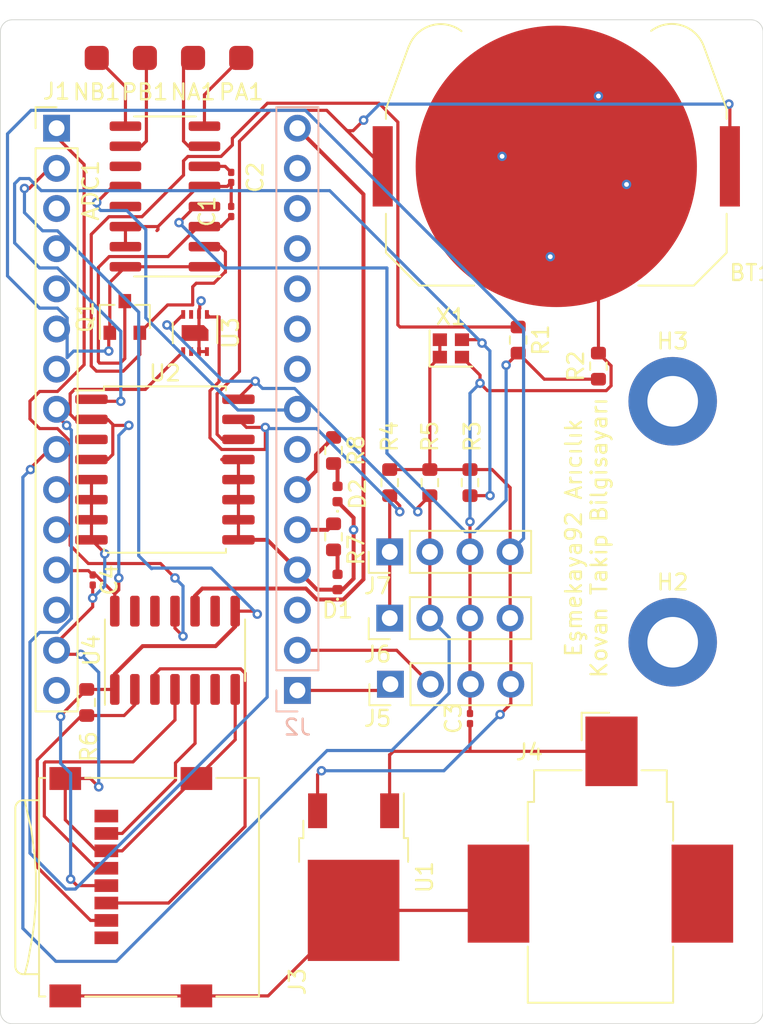
<source format=kicad_pcb>
(kicad_pcb (version 20171130) (host pcbnew "(5.1.10)-1")

  (general
    (thickness 1.6)
    (drawings 11)
    (tracks 434)
    (zones 0)
    (modules 35)
    (nets 55)
  )

  (page A4)
  (layers
    (0 F.Cu mixed)
    (31 B.Cu mixed)
    (33 F.Adhes user hide)
    (35 F.Paste user hide)
    (37 F.SilkS user hide)
    (38 B.Mask user hide)
    (39 F.Mask user hide)
    (40 Dwgs.User user hide)
    (41 Cmts.User user hide)
    (42 Eco1.User user hide)
    (43 Eco2.User user hide)
    (44 Edge.Cuts user)
    (45 Margin user hide)
    (46 B.CrtYd user hide)
    (47 F.CrtYd user hide)
    (49 F.Fab user hide)
  )

  (setup
    (last_trace_width 0.25)
    (user_trace_width 0.2)
    (user_trace_width 0.225)
    (trace_clearance 0.2)
    (zone_clearance 0.508)
    (zone_45_only no)
    (trace_min 0.2)
    (via_size 0.6)
    (via_drill 0.3)
    (via_min_size 0.3)
    (via_min_drill 0.3)
    (user_via 0.6 0.3)
    (uvia_size 0.3)
    (uvia_drill 0.1)
    (uvias_allowed no)
    (uvia_min_size 0.2)
    (uvia_min_drill 0.1)
    (edge_width 0.05)
    (segment_width 0.2)
    (pcb_text_width 0.3)
    (pcb_text_size 1.5 1.5)
    (mod_edge_width 0.1)
    (mod_text_size 1 1)
    (mod_text_width 0.1)
    (pad_size 5.6 5.6)
    (pad_drill 3.2)
    (pad_to_mask_clearance 0)
    (aux_axis_origin 0 0)
    (visible_elements 7FFFFFFF)
    (pcbplotparams
      (layerselection 0x010e8_ffffffff)
      (usegerberextensions false)
      (usegerberattributes true)
      (usegerberadvancedattributes true)
      (creategerberjobfile true)
      (excludeedgelayer true)
      (linewidth 0.100000)
      (plotframeref false)
      (viasonmask false)
      (mode 1)
      (useauxorigin false)
      (hpglpennumber 1)
      (hpglpenspeed 20)
      (hpglpendiameter 15.000000)
      (psnegative false)
      (psa4output false)
      (plotreference true)
      (plotvalue true)
      (plotinvisibletext false)
      (padsonsilk false)
      (subtractmaskfromsilk false)
      (outputformat 1)
      (mirror false)
      (drillshape 0)
      (scaleselection 1)
      (outputdirectory "../../"))
  )

  (net 0 "")
  (net 1 5V)
  (net 2 GND)
  (net 3 "Net-(ADC1-Pad13)")
  (net 4 "Net-(ADC1-Pad10)")
  (net 5 "Net-(ADC1-Pad9)")
  (net 6 "Net-(ADC1-Pad8)")
  (net 7 "Net-(ADC1-Pad7)")
  (net 8 "Net-(ADC1-Pad6)")
  (net 9 "Net-(ADC1-Pad4)")
  (net 10 "Net-(ADC1-Pad3)")
  (net 11 "Net-(ADC1-Pad2)")
  (net 12 VIN)
  (net 13 A7)
  (net 14 A6)
  (net 15 A3)
  (net 16 A2)
  (net 17 A1)
  (net 18 A0)
  (net 19 REF)
  (net 20 3V3)
  (net 21 D9)
  (net 22 D8)
  (net 23 D7)
  (net 24 D6)
  (net 25 "Net-(BT1-Pad1)")
  (net 26 SCL)
  (net 27 SDA)
  (net 28 "Net-(C3-Pad1)")
  (net 29 RX)
  (net 30 TX)
  (net 31 "Net-(J3-Pad8)")
  (net 32 "Net-(J3-Pad1)")
  (net 33 "Net-(R3-Pad1)")
  (net 34 "Net-(U2-Pad3)")
  (net 35 "Net-(U3-Pad6)")
  (net 36 SD_CS)
  (net 37 SD_DIN)
  (net 38 SD_SCK)
  (net 39 SD_DOUT)
  (net 40 "Net-(U4-Pad9)")
  (net 41 "Net-(U4-Pad6)")
  (net 42 D13_SCK)
  (net 43 D12_DOUT)
  (net 44 D11_DIN)
  (net 45 D10_CS)
  (net 46 "Net-(U3-Pad3)")
  (net 47 D5_DOUT)
  (net 48 D4_SCK)
  (net 49 "Net-(D1-Pad2)")
  (net 50 "Net-(D2-Pad2)")
  (net 51 D3_LED)
  (net 52 D2_LED)
  (net 53 "Net-(J1-Pad13)")
  (net 54 "Net-(J2-Pad3)")

  (net_class Default "This is the default net class."
    (clearance 0.2)
    (trace_width 0.25)
    (via_dia 0.6)
    (via_drill 0.3)
    (uvia_dia 0.3)
    (uvia_drill 0.1)
    (add_net 3V3)
    (add_net 5V)
    (add_net A0)
    (add_net A1)
    (add_net A2)
    (add_net A3)
    (add_net A6)
    (add_net A7)
    (add_net D10_CS)
    (add_net D11_DIN)
    (add_net D12_DOUT)
    (add_net D13_SCK)
    (add_net D2_LED)
    (add_net D3_LED)
    (add_net D4_SCK)
    (add_net D5_DOUT)
    (add_net D6)
    (add_net D7)
    (add_net D8)
    (add_net D9)
    (add_net GND)
    (add_net "Net-(ADC1-Pad10)")
    (add_net "Net-(ADC1-Pad13)")
    (add_net "Net-(ADC1-Pad2)")
    (add_net "Net-(ADC1-Pad3)")
    (add_net "Net-(ADC1-Pad4)")
    (add_net "Net-(ADC1-Pad6)")
    (add_net "Net-(ADC1-Pad7)")
    (add_net "Net-(ADC1-Pad8)")
    (add_net "Net-(ADC1-Pad9)")
    (add_net "Net-(BT1-Pad1)")
    (add_net "Net-(C3-Pad1)")
    (add_net "Net-(D1-Pad2)")
    (add_net "Net-(D2-Pad2)")
    (add_net "Net-(J1-Pad13)")
    (add_net "Net-(J2-Pad3)")
    (add_net "Net-(J3-Pad1)")
    (add_net "Net-(J3-Pad8)")
    (add_net "Net-(R3-Pad1)")
    (add_net "Net-(U2-Pad3)")
    (add_net "Net-(U3-Pad3)")
    (add_net "Net-(U3-Pad6)")
    (add_net "Net-(U4-Pad6)")
    (add_net "Net-(U4-Pad9)")
    (add_net REF)
    (add_net RX)
    (add_net SCL)
    (add_net SDA)
    (add_net SD_CS)
    (add_net SD_DIN)
    (add_net SD_DOUT)
    (add_net SD_SCK)
    (add_net TX)
    (add_net VIN)
  )

  (module Resistor_SMD:R_0603_1608Metric (layer F.Cu) (tedit 5F68FEEE) (tstamp 61580128)
    (at 125.222 93.281 270)
    (descr "Resistor SMD 0603 (1608 Metric), square (rectangular) end terminal, IPC_7351 nominal, (Body size source: IPC-SM-782 page 72, https://www.pcb-3d.com/wordpress/wp-content/uploads/ipc-sm-782a_amendment_1_and_2.pdf), generated with kicad-footprint-generator")
    (tags resistor)
    (path /61598DEF)
    (attr smd)
    (fp_text reference R8 (at 0 -1.43 90) (layer F.SilkS)
      (effects (font (size 1 1) (thickness 0.15)))
    )
    (fp_text value 1K (at 0 1.43 90) (layer F.Fab)
      (effects (font (size 1 1) (thickness 0.15)))
    )
    (fp_line (start -0.8 0.4125) (end -0.8 -0.4125) (layer F.Fab) (width 0.1))
    (fp_line (start -0.8 -0.4125) (end 0.8 -0.4125) (layer F.Fab) (width 0.1))
    (fp_line (start 0.8 -0.4125) (end 0.8 0.4125) (layer F.Fab) (width 0.1))
    (fp_line (start 0.8 0.4125) (end -0.8 0.4125) (layer F.Fab) (width 0.1))
    (fp_line (start -0.237258 -0.5225) (end 0.237258 -0.5225) (layer F.SilkS) (width 0.12))
    (fp_line (start -0.237258 0.5225) (end 0.237258 0.5225) (layer F.SilkS) (width 0.12))
    (fp_line (start -1.48 0.73) (end -1.48 -0.73) (layer F.CrtYd) (width 0.05))
    (fp_line (start -1.48 -0.73) (end 1.48 -0.73) (layer F.CrtYd) (width 0.05))
    (fp_line (start 1.48 -0.73) (end 1.48 0.73) (layer F.CrtYd) (width 0.05))
    (fp_line (start 1.48 0.73) (end -1.48 0.73) (layer F.CrtYd) (width 0.05))
    (fp_text user %R (at 0 0 90) (layer F.Fab)
      (effects (font (size 0.4 0.4) (thickness 0.06)))
    )
    (pad 2 smd roundrect (at 0.825 0 270) (size 0.8 0.95) (layers F.Cu F.Paste F.Mask) (roundrect_rratio 0.25)
      (net 50 "Net-(D2-Pad2)"))
    (pad 1 smd roundrect (at -0.825 0 270) (size 0.8 0.95) (layers F.Cu F.Paste F.Mask) (roundrect_rratio 0.25)
      (net 51 D3_LED))
    (model ${KISYS3DMOD}/Resistor_SMD.3dshapes/R_0603_1608Metric.wrl
      (at (xyz 0 0 0))
      (scale (xyz 1 1 1))
      (rotate (xyz 0 0 0))
    )
  )

  (module Resistor_SMD:R_0603_1608Metric (layer F.Cu) (tedit 5F68FEEE) (tstamp 61580DA2)
    (at 125.222 98.743 270)
    (descr "Resistor SMD 0603 (1608 Metric), square (rectangular) end terminal, IPC_7351 nominal, (Body size source: IPC-SM-782 page 72, https://www.pcb-3d.com/wordpress/wp-content/uploads/ipc-sm-782a_amendment_1_and_2.pdf), generated with kicad-footprint-generator")
    (tags resistor)
    (path /61597C12)
    (attr smd)
    (fp_text reference R7 (at 0.825 -1.43 90) (layer F.SilkS)
      (effects (font (size 1 1) (thickness 0.15)))
    )
    (fp_text value 1K (at 0 1.43 90) (layer F.Fab)
      (effects (font (size 1 1) (thickness 0.15)))
    )
    (fp_line (start -0.8 0.4125) (end -0.8 -0.4125) (layer F.Fab) (width 0.1))
    (fp_line (start -0.8 -0.4125) (end 0.8 -0.4125) (layer F.Fab) (width 0.1))
    (fp_line (start 0.8 -0.4125) (end 0.8 0.4125) (layer F.Fab) (width 0.1))
    (fp_line (start 0.8 0.4125) (end -0.8 0.4125) (layer F.Fab) (width 0.1))
    (fp_line (start -0.237258 -0.5225) (end 0.237258 -0.5225) (layer F.SilkS) (width 0.12))
    (fp_line (start -0.237258 0.5225) (end 0.237258 0.5225) (layer F.SilkS) (width 0.12))
    (fp_line (start -1.48 0.73) (end -1.48 -0.73) (layer F.CrtYd) (width 0.05))
    (fp_line (start -1.48 -0.73) (end 1.48 -0.73) (layer F.CrtYd) (width 0.05))
    (fp_line (start 1.48 -0.73) (end 1.48 0.73) (layer F.CrtYd) (width 0.05))
    (fp_line (start 1.48 0.73) (end -1.48 0.73) (layer F.CrtYd) (width 0.05))
    (fp_text user %R (at 0 0 90) (layer F.Fab)
      (effects (font (size 0.4 0.4) (thickness 0.06)))
    )
    (pad 2 smd roundrect (at 0.825 0 270) (size 0.8 0.95) (layers F.Cu F.Paste F.Mask) (roundrect_rratio 0.25)
      (net 49 "Net-(D1-Pad2)"))
    (pad 1 smd roundrect (at -0.825 0 270) (size 0.8 0.95) (layers F.Cu F.Paste F.Mask) (roundrect_rratio 0.25)
      (net 52 D2_LED))
    (model ${KISYS3DMOD}/Resistor_SMD.3dshapes/R_0603_1608Metric.wrl
      (at (xyz 0 0 0))
      (scale (xyz 1 1 1))
      (rotate (xyz 0 0 0))
    )
  )

  (module LED_SMD:LED_0402_1005Metric (layer F.Cu) (tedit 5F68FEF1) (tstamp 6157FE30)
    (at 125.476 96.035 90)
    (descr "LED SMD 0402 (1005 Metric), square (rectangular) end terminal, IPC_7351 nominal, (Body size source: http://www.tortai-tech.com/upload/download/2011102023233369053.pdf), generated with kicad-footprint-generator")
    (tags LED)
    (path /615970DC)
    (attr smd)
    (fp_text reference D2 (at 0 1.27 90) (layer F.SilkS)
      (effects (font (size 1 1) (thickness 0.15)))
    )
    (fp_text value LED (at 0 1.17 90) (layer F.Fab)
      (effects (font (size 1 1) (thickness 0.15)))
    )
    (fp_circle (center -1.09 0) (end -1.04 0) (layer F.SilkS) (width 0.1))
    (fp_line (start -0.5 0.25) (end -0.5 -0.25) (layer F.Fab) (width 0.1))
    (fp_line (start -0.5 -0.25) (end 0.5 -0.25) (layer F.Fab) (width 0.1))
    (fp_line (start 0.5 -0.25) (end 0.5 0.25) (layer F.Fab) (width 0.1))
    (fp_line (start 0.5 0.25) (end -0.5 0.25) (layer F.Fab) (width 0.1))
    (fp_line (start -0.4 0.25) (end -0.4 -0.25) (layer F.Fab) (width 0.1))
    (fp_line (start -0.3 0.25) (end -0.3 -0.25) (layer F.Fab) (width 0.1))
    (fp_line (start -0.93 0.47) (end -0.93 -0.47) (layer F.CrtYd) (width 0.05))
    (fp_line (start -0.93 -0.47) (end 0.93 -0.47) (layer F.CrtYd) (width 0.05))
    (fp_line (start 0.93 -0.47) (end 0.93 0.47) (layer F.CrtYd) (width 0.05))
    (fp_line (start 0.93 0.47) (end -0.93 0.47) (layer F.CrtYd) (width 0.05))
    (fp_text user %R (at 0 0 90) (layer F.Fab)
      (effects (font (size 0.25 0.25) (thickness 0.04)))
    )
    (pad 2 smd roundrect (at 0.485 0 90) (size 0.59 0.64) (layers F.Cu F.Paste F.Mask) (roundrect_rratio 0.25)
      (net 50 "Net-(D2-Pad2)"))
    (pad 1 smd roundrect (at -0.485 0 90) (size 0.59 0.64) (layers F.Cu F.Paste F.Mask) (roundrect_rratio 0.25)
      (net 2 GND))
    (model ${KISYS3DMOD}/LED_SMD.3dshapes/LED_0402_1005Metric.wrl
      (at (xyz 0 0 0))
      (scale (xyz 1 1 1))
      (rotate (xyz 0 0 0))
    )
  )

  (module LED_SMD:LED_0402_1005Metric (layer F.Cu) (tedit 5F68FEF1) (tstamp 6157FE1E)
    (at 125.476 101.6 90)
    (descr "LED SMD 0402 (1005 Metric), square (rectangular) end terminal, IPC_7351 nominal, (Body size source: http://www.tortai-tech.com/upload/download/2011102023233369053.pdf), generated with kicad-footprint-generator")
    (tags LED)
    (path /61593D25)
    (attr smd)
    (fp_text reference D1 (at -1.778 0 180) (layer F.SilkS)
      (effects (font (size 1 1) (thickness 0.15)))
    )
    (fp_text value LED (at 0 1.17 90) (layer F.Fab)
      (effects (font (size 1 1) (thickness 0.15)))
    )
    (fp_circle (center -1.09 0) (end -1.04 0) (layer F.SilkS) (width 0.1))
    (fp_line (start -0.5 0.25) (end -0.5 -0.25) (layer F.Fab) (width 0.1))
    (fp_line (start -0.5 -0.25) (end 0.5 -0.25) (layer F.Fab) (width 0.1))
    (fp_line (start 0.5 -0.25) (end 0.5 0.25) (layer F.Fab) (width 0.1))
    (fp_line (start 0.5 0.25) (end -0.5 0.25) (layer F.Fab) (width 0.1))
    (fp_line (start -0.4 0.25) (end -0.4 -0.25) (layer F.Fab) (width 0.1))
    (fp_line (start -0.3 0.25) (end -0.3 -0.25) (layer F.Fab) (width 0.1))
    (fp_line (start -0.93 0.47) (end -0.93 -0.47) (layer F.CrtYd) (width 0.05))
    (fp_line (start -0.93 -0.47) (end 0.93 -0.47) (layer F.CrtYd) (width 0.05))
    (fp_line (start 0.93 -0.47) (end 0.93 0.47) (layer F.CrtYd) (width 0.05))
    (fp_line (start 0.93 0.47) (end -0.93 0.47) (layer F.CrtYd) (width 0.05))
    (fp_text user %R (at 0 0 90) (layer F.Fab)
      (effects (font (size 0.25 0.25) (thickness 0.04)))
    )
    (pad 2 smd roundrect (at 0.485 0 90) (size 0.59 0.64) (layers F.Cu F.Paste F.Mask) (roundrect_rratio 0.25)
      (net 49 "Net-(D1-Pad2)"))
    (pad 1 smd roundrect (at -0.485 0 90) (size 0.59 0.64) (layers F.Cu F.Paste F.Mask) (roundrect_rratio 0.25)
      (net 2 GND))
    (model ${KISYS3DMOD}/LED_SMD.3dshapes/LED_0402_1005Metric.wrl
      (at (xyz 0 0 0))
      (scale (xyz 1 1 1))
      (rotate (xyz 0 0 0))
    )
  )

  (module Package_SO:SOIC-14_3.9x8.7mm_P1.27mm (layer F.Cu) (tedit 5D9F72B1) (tstamp 615403B3)
    (at 115.189 105.918 90)
    (descr "SOIC, 14 Pin (JEDEC MS-012AB, https://www.analog.com/media/en/package-pcb-resources/package/pkg_pdf/soic_narrow-r/r_14.pdf), generated with kicad-footprint-generator ipc_gullwing_generator.py")
    (tags "SOIC SO")
    (path /615C3A49)
    (attr smd)
    (fp_text reference U4 (at 0 -5.28 90) (layer F.SilkS)
      (effects (font (size 1 1) (thickness 0.15)))
    )
    (fp_text value TXB0104D (at 0 5.28 90) (layer F.Fab)
      (effects (font (size 1 1) (thickness 0.15)))
    )
    (fp_line (start 3.7 -4.58) (end -3.7 -4.58) (layer F.CrtYd) (width 0.05))
    (fp_line (start 3.7 4.58) (end 3.7 -4.58) (layer F.CrtYd) (width 0.05))
    (fp_line (start -3.7 4.58) (end 3.7 4.58) (layer F.CrtYd) (width 0.05))
    (fp_line (start -3.7 -4.58) (end -3.7 4.58) (layer F.CrtYd) (width 0.05))
    (fp_line (start -1.95 -3.35) (end -0.975 -4.325) (layer F.Fab) (width 0.1))
    (fp_line (start -1.95 4.325) (end -1.95 -3.35) (layer F.Fab) (width 0.1))
    (fp_line (start 1.95 4.325) (end -1.95 4.325) (layer F.Fab) (width 0.1))
    (fp_line (start 1.95 -4.325) (end 1.95 4.325) (layer F.Fab) (width 0.1))
    (fp_line (start -0.975 -4.325) (end 1.95 -4.325) (layer F.Fab) (width 0.1))
    (fp_line (start 0 -4.435) (end -3.45 -4.435) (layer F.SilkS) (width 0.12))
    (fp_line (start 0 -4.435) (end 1.95 -4.435) (layer F.SilkS) (width 0.12))
    (fp_line (start 0 4.435) (end -1.95 4.435) (layer F.SilkS) (width 0.12))
    (fp_line (start 0 4.435) (end 1.95 4.435) (layer F.SilkS) (width 0.12))
    (fp_text user %R (at 0 0 90) (layer F.Fab)
      (effects (font (size 0.98 0.98) (thickness 0.15)))
    )
    (pad 14 smd roundrect (at 2.475 -3.81 90) (size 1.95 0.6) (layers F.Cu F.Paste F.Mask) (roundrect_rratio 0.25)
      (net 1 5V))
    (pad 13 smd roundrect (at 2.475 -2.54 90) (size 1.95 0.6) (layers F.Cu F.Paste F.Mask) (roundrect_rratio 0.25)
      (net 45 D10_CS))
    (pad 12 smd roundrect (at 2.475 -1.27 90) (size 1.95 0.6) (layers F.Cu F.Paste F.Mask) (roundrect_rratio 0.25)
      (net 44 D11_DIN))
    (pad 11 smd roundrect (at 2.475 0 90) (size 1.95 0.6) (layers F.Cu F.Paste F.Mask) (roundrect_rratio 0.25)
      (net 42 D13_SCK))
    (pad 10 smd roundrect (at 2.475 1.27 90) (size 1.95 0.6) (layers F.Cu F.Paste F.Mask) (roundrect_rratio 0.25)
      (net 43 D12_DOUT))
    (pad 9 smd roundrect (at 2.475 2.54 90) (size 1.95 0.6) (layers F.Cu F.Paste F.Mask) (roundrect_rratio 0.25)
      (net 40 "Net-(U4-Pad9)"))
    (pad 8 smd roundrect (at 2.475 3.81 90) (size 1.95 0.6) (layers F.Cu F.Paste F.Mask) (roundrect_rratio 0.25)
      (net 20 3V3))
    (pad 7 smd roundrect (at -2.475 3.81 90) (size 1.95 0.6) (layers F.Cu F.Paste F.Mask) (roundrect_rratio 0.25)
      (net 2 GND))
    (pad 6 smd roundrect (at -2.475 2.54 90) (size 1.95 0.6) (layers F.Cu F.Paste F.Mask) (roundrect_rratio 0.25)
      (net 41 "Net-(U4-Pad6)"))
    (pad 5 smd roundrect (at -2.475 1.27 90) (size 1.95 0.6) (layers F.Cu F.Paste F.Mask) (roundrect_rratio 0.25)
      (net 39 SD_DOUT))
    (pad 4 smd roundrect (at -2.475 0 90) (size 1.95 0.6) (layers F.Cu F.Paste F.Mask) (roundrect_rratio 0.25)
      (net 38 SD_SCK))
    (pad 3 smd roundrect (at -2.475 -1.27 90) (size 1.95 0.6) (layers F.Cu F.Paste F.Mask) (roundrect_rratio 0.25)
      (net 37 SD_DIN))
    (pad 2 smd roundrect (at -2.475 -2.54 90) (size 1.95 0.6) (layers F.Cu F.Paste F.Mask) (roundrect_rratio 0.25)
      (net 36 SD_CS))
    (pad 1 smd roundrect (at -2.475 -3.81 90) (size 1.95 0.6) (layers F.Cu F.Paste F.Mask) (roundrect_rratio 0.25)
      (net 20 3V3))
    (model ${KISYS3DMOD}/Package_SO.3dshapes/SOIC-14_3.9x8.7mm_P1.27mm.wrl
      (at (xyz 0 0 0))
      (scale (xyz 1 1 1))
      (rotate (xyz 0 0 0))
    )
  )

  (module Resistor_SMD:R_0603_1608Metric (layer F.Cu) (tedit 5F68FEEE) (tstamp 615402CF)
    (at 109.601 109.22 270)
    (descr "Resistor SMD 0603 (1608 Metric), square (rectangular) end terminal, IPC_7351 nominal, (Body size source: IPC-SM-782 page 72, https://www.pcb-3d.com/wordpress/wp-content/uploads/ipc-sm-782a_amendment_1_and_2.pdf), generated with kicad-footprint-generator")
    (tags resistor)
    (path /61677906)
    (attr smd)
    (fp_text reference R6 (at 2.794 -0.127 90) (layer F.SilkS)
      (effects (font (size 1 1) (thickness 0.15)))
    )
    (fp_text value 10k (at 0 1.43 90) (layer F.Fab)
      (effects (font (size 1 1) (thickness 0.15)))
    )
    (fp_line (start 1.48 0.73) (end -1.48 0.73) (layer F.CrtYd) (width 0.05))
    (fp_line (start 1.48 -0.73) (end 1.48 0.73) (layer F.CrtYd) (width 0.05))
    (fp_line (start -1.48 -0.73) (end 1.48 -0.73) (layer F.CrtYd) (width 0.05))
    (fp_line (start -1.48 0.73) (end -1.48 -0.73) (layer F.CrtYd) (width 0.05))
    (fp_line (start -0.237258 0.5225) (end 0.237258 0.5225) (layer F.SilkS) (width 0.12))
    (fp_line (start -0.237258 -0.5225) (end 0.237258 -0.5225) (layer F.SilkS) (width 0.12))
    (fp_line (start 0.8 0.4125) (end -0.8 0.4125) (layer F.Fab) (width 0.1))
    (fp_line (start 0.8 -0.4125) (end 0.8 0.4125) (layer F.Fab) (width 0.1))
    (fp_line (start -0.8 -0.4125) (end 0.8 -0.4125) (layer F.Fab) (width 0.1))
    (fp_line (start -0.8 0.4125) (end -0.8 -0.4125) (layer F.Fab) (width 0.1))
    (fp_text user %R (at 0 0 90) (layer F.Fab)
      (effects (font (size 0.4 0.4) (thickness 0.06)))
    )
    (pad 2 smd roundrect (at 0.825 0 270) (size 0.8 0.95) (layers F.Cu F.Paste F.Mask) (roundrect_rratio 0.25)
      (net 36 SD_CS))
    (pad 1 smd roundrect (at -0.825 0 270) (size 0.8 0.95) (layers F.Cu F.Paste F.Mask) (roundrect_rratio 0.25)
      (net 20 3V3))
    (model ${KISYS3DMOD}/Resistor_SMD.3dshapes/R_0603_1608Metric.wrl
      (at (xyz 0 0 0))
      (scale (xyz 1 1 1))
      (rotate (xyz 0 0 0))
    )
  )

  (module Crystal:Crystal_SMD_2016-4Pin_2.0x1.6mm (layer F.Cu) (tedit 5A0FD1B2) (tstamp 6153F319)
    (at 132.65 86.826)
    (descr "SMD Crystal SERIES SMD2016/4 http://www.q-crystal.com/upload/5/2015552223166229.pdf, 2.0x1.6mm^2 package")
    (tags "SMD SMT crystal")
    (path /61633FE4)
    (attr smd)
    (fp_text reference X1 (at 0 -2) (layer F.SilkS)
      (effects (font (size 1 1) (thickness 0.15)))
    )
    (fp_text value SG-3030CM (at 0 2) (layer F.Fab)
      (effects (font (size 1 1) (thickness 0.15)))
    )
    (fp_line (start 1.4 -1.3) (end -1.4 -1.3) (layer F.CrtYd) (width 0.05))
    (fp_line (start 1.4 1.3) (end 1.4 -1.3) (layer F.CrtYd) (width 0.05))
    (fp_line (start -1.4 1.3) (end 1.4 1.3) (layer F.CrtYd) (width 0.05))
    (fp_line (start -1.4 -1.3) (end -1.4 1.3) (layer F.CrtYd) (width 0.05))
    (fp_line (start -1.35 1.15) (end 1.35 1.15) (layer F.SilkS) (width 0.12))
    (fp_line (start -1.35 -1.15) (end -1.35 1.15) (layer F.SilkS) (width 0.12))
    (fp_line (start -1 0.3) (end -0.5 0.8) (layer F.Fab) (width 0.1))
    (fp_line (start -1 -0.7) (end -0.9 -0.8) (layer F.Fab) (width 0.1))
    (fp_line (start -1 0.7) (end -1 -0.7) (layer F.Fab) (width 0.1))
    (fp_line (start -0.9 0.8) (end -1 0.7) (layer F.Fab) (width 0.1))
    (fp_line (start 0.9 0.8) (end -0.9 0.8) (layer F.Fab) (width 0.1))
    (fp_line (start 1 0.7) (end 0.9 0.8) (layer F.Fab) (width 0.1))
    (fp_line (start 1 -0.7) (end 1 0.7) (layer F.Fab) (width 0.1))
    (fp_line (start 0.9 -0.8) (end 1 -0.7) (layer F.Fab) (width 0.1))
    (fp_line (start -0.9 -0.8) (end 0.9 -0.8) (layer F.Fab) (width 0.1))
    (fp_text user %R (at 0 0) (layer F.Fab)
      (effects (font (size 0.5 0.5) (thickness 0.075)))
    )
    (pad 4 smd rect (at -0.7 -0.55) (size 0.9 0.8) (layers F.Cu F.Paste F.Mask)
      (net 1 5V))
    (pad 3 smd rect (at 0.7 -0.55) (size 0.9 0.8) (layers F.Cu F.Paste F.Mask)
      (net 33 "Net-(R3-Pad1)"))
    (pad 2 smd rect (at 0.7 0.55) (size 0.9 0.8) (layers F.Cu F.Paste F.Mask)
      (net 2 GND))
    (pad 1 smd rect (at -0.7 0.55) (size 0.9 0.8) (layers F.Cu F.Paste F.Mask)
      (net 1 5V))
    (model ${KISYS3DMOD}/Crystal.3dshapes/Crystal_SMD_2016-4Pin_2.0x1.6mm.wrl
      (at (xyz 0 0 0))
      (scale (xyz 1 1 1))
      (rotate (xyz 0 0 0))
    )
  )

  (module Sensor_Humidity:Sensirion_DFN-8-1EP_2.5x2.5mm_P0.5mm_EP1.1x1.7mm (layer F.Cu) (tedit 5F15CF57) (tstamp 6153F301)
    (at 116.459 85.852 270)
    (descr "Sensirion DFN-8 SHT3x-DIS (https://www.sensirion.com/fileadmin/user_upload/customers/sensirion/Dokumente/2_Humidity_Sensors/Datasheets/Sensirion_Humidity_Sensors_SHT3x_Datasheet_digital.pdf)")
    (tags "sensirion dfn nolead")
    (path /614BFDE3)
    (attr smd)
    (fp_text reference U3 (at 0 -2.25 90) (layer F.SilkS)
      (effects (font (size 1 1) (thickness 0.15)))
    )
    (fp_text value SHT31-DIS (at 0 2.5 90) (layer F.Fab)
      (effects (font (size 1 1) (thickness 0.15)))
    )
    (fp_line (start -0.75 -1.25) (end 1.25 -1.25) (layer F.Fab) (width 0.1))
    (fp_line (start 1.25 -1.25) (end 1.25 1.25) (layer F.Fab) (width 0.1))
    (fp_line (start 1.25 1.25) (end -1.25 1.25) (layer F.Fab) (width 0.1))
    (fp_line (start -1.25 1.25) (end -1.25 -0.75) (layer F.Fab) (width 0.1))
    (fp_line (start -1.25 -0.75) (end -0.75 -1.25) (layer F.Fab) (width 0.1))
    (fp_line (start -1.7 -1.5) (end -1.7 1.5) (layer F.CrtYd) (width 0.05))
    (fp_line (start 1.7 -1.5) (end 1.7 1.5) (layer F.CrtYd) (width 0.05))
    (fp_line (start -1.7 -1.5) (end 1.7 -1.5) (layer F.CrtYd) (width 0.05))
    (fp_line (start -1.7 1.5) (end 1.7 1.5) (layer F.CrtYd) (width 0.05))
    (fp_line (start -0.65 1.41) (end 0.65 1.41) (layer F.SilkS) (width 0.12))
    (fp_line (start -1.09 -1.41) (end 0.65 -1.41) (layer F.SilkS) (width 0.12))
    (fp_text user %R (at 0 0 90) (layer F.Fab)
      (effects (font (size 0.4 0.4) (thickness 0.06)))
    )
    (pad 1 smd rect (at -1.175 -0.75 270) (size 0.55 0.25) (layers F.Cu F.Paste F.Mask)
      (net 27 SDA))
    (pad 2 smd rect (at -1.175 -0.25 270) (size 0.55 0.25) (layers F.Cu F.Paste F.Mask)
      (net 2 GND))
    (pad 3 smd rect (at -1.175 0.25 270) (size 0.55 0.25) (layers F.Cu F.Paste F.Mask)
      (net 46 "Net-(U3-Pad3)"))
    (pad 4 smd rect (at -1.175 0.75 90) (size 0.55 0.25) (layers F.Cu F.Paste F.Mask)
      (net 26 SCL))
    (pad 5 smd rect (at 1.175 0.75 270) (size 0.55 0.25) (layers F.Cu F.Paste F.Mask)
      (net 1 5V))
    (pad 6 smd rect (at 1.175 0.25 270) (size 0.55 0.25) (layers F.Cu F.Paste F.Mask)
      (net 35 "Net-(U3-Pad6)"))
    (pad 7 smd rect (at 1.175 -0.25 270) (size 0.55 0.25) (layers F.Cu F.Paste F.Mask)
      (net 2 GND))
    (pad 8 smd rect (at 1.175 -0.75 270) (size 0.55 0.25) (layers F.Cu F.Paste F.Mask)
      (net 2 GND))
    (pad 9 smd custom (at 0 0 270) (size 1 1) (layers F.Cu F.Mask)
      (net 2 GND) (zone_connect 0)
      (options (clearance outline) (anchor circle))
      (primitives
        (gr_poly (pts
           (xy 0.5 0.85) (xy -0.5 0.85) (xy -0.5 -0.55) (xy -0.2 -0.85) (xy 0.5 -0.85)
) (width 0))
      ))
    (pad "" smd custom (at 0 0 270) (size 0.9 0.9) (layers F.Paste)
      (zone_connect 0)
      (options (clearance outline) (anchor rect))
      (primitives
        (gr_poly (pts
           (xy 0.45 0.8) (xy -0.45 0.8) (xy -0.45 -0.53) (xy -0.18 -0.8) (xy 0.45 -0.8)
) (width 0))
      ))
    (model ${KISYS3DMOD}/Sensor_Humidity.3dshapes/Sensirion_DFN-8-1EP_2.5x2.5mm_P0.5mm_EP1.1x1.7mm.wrl
      (at (xyz 0 0 0))
      (scale (xyz 1 1 1))
      (rotate (xyz 0 0 0))
    )
  )

  (module Package_SO:SOIC-16W_7.5x10.3mm_P1.27mm (layer F.Cu) (tedit 5D9F72B1) (tstamp 6153F2E7)
    (at 114.554 94.488)
    (descr "SOIC, 16 Pin (JEDEC MS-013AA, https://www.analog.com/media/en/package-pcb-resources/package/pkg_pdf/soic_wide-rw/rw_16.pdf), generated with kicad-footprint-generator ipc_gullwing_generator.py")
    (tags "SOIC SO")
    (path /6161EA88)
    (attr smd)
    (fp_text reference U2 (at 0 -6.1) (layer F.SilkS)
      (effects (font (size 1 1) (thickness 0.15)))
    )
    (fp_text value DS3231M (at 0 6.1) (layer F.Fab)
      (effects (font (size 1 1) (thickness 0.15)))
    )
    (fp_line (start 5.93 -5.4) (end -5.93 -5.4) (layer F.CrtYd) (width 0.05))
    (fp_line (start 5.93 5.4) (end 5.93 -5.4) (layer F.CrtYd) (width 0.05))
    (fp_line (start -5.93 5.4) (end 5.93 5.4) (layer F.CrtYd) (width 0.05))
    (fp_line (start -5.93 -5.4) (end -5.93 5.4) (layer F.CrtYd) (width 0.05))
    (fp_line (start -3.75 -4.15) (end -2.75 -5.15) (layer F.Fab) (width 0.1))
    (fp_line (start -3.75 5.15) (end -3.75 -4.15) (layer F.Fab) (width 0.1))
    (fp_line (start 3.75 5.15) (end -3.75 5.15) (layer F.Fab) (width 0.1))
    (fp_line (start 3.75 -5.15) (end 3.75 5.15) (layer F.Fab) (width 0.1))
    (fp_line (start -2.75 -5.15) (end 3.75 -5.15) (layer F.Fab) (width 0.1))
    (fp_line (start -3.86 -5.005) (end -5.675 -5.005) (layer F.SilkS) (width 0.12))
    (fp_line (start -3.86 -5.26) (end -3.86 -5.005) (layer F.SilkS) (width 0.12))
    (fp_line (start 0 -5.26) (end -3.86 -5.26) (layer F.SilkS) (width 0.12))
    (fp_line (start 3.86 -5.26) (end 3.86 -5.005) (layer F.SilkS) (width 0.12))
    (fp_line (start 0 -5.26) (end 3.86 -5.26) (layer F.SilkS) (width 0.12))
    (fp_line (start -3.86 5.26) (end -3.86 5.005) (layer F.SilkS) (width 0.12))
    (fp_line (start 0 5.26) (end -3.86 5.26) (layer F.SilkS) (width 0.12))
    (fp_line (start 3.86 5.26) (end 3.86 5.005) (layer F.SilkS) (width 0.12))
    (fp_line (start 0 5.26) (end 3.86 5.26) (layer F.SilkS) (width 0.12))
    (fp_text user %R (at 0 0) (layer F.Fab)
      (effects (font (size 1 1) (thickness 0.15)))
    )
    (pad 16 smd roundrect (at 4.65 -4.445) (size 2.05 0.6) (layers F.Cu F.Paste F.Mask) (roundrect_rratio 0.25)
      (net 26 SCL))
    (pad 15 smd roundrect (at 4.65 -3.175) (size 2.05 0.6) (layers F.Cu F.Paste F.Mask) (roundrect_rratio 0.25)
      (net 27 SDA))
    (pad 14 smd roundrect (at 4.65 -1.905) (size 2.05 0.6) (layers F.Cu F.Paste F.Mask) (roundrect_rratio 0.25)
      (net 25 "Net-(BT1-Pad1)"))
    (pad 13 smd roundrect (at 4.65 -0.635) (size 2.05 0.6) (layers F.Cu F.Paste F.Mask) (roundrect_rratio 0.25)
      (net 2 GND))
    (pad 12 smd roundrect (at 4.65 0.635) (size 2.05 0.6) (layers F.Cu F.Paste F.Mask) (roundrect_rratio 0.25)
      (net 2 GND))
    (pad 11 smd roundrect (at 4.65 1.905) (size 2.05 0.6) (layers F.Cu F.Paste F.Mask) (roundrect_rratio 0.25)
      (net 2 GND))
    (pad 10 smd roundrect (at 4.65 3.175) (size 2.05 0.6) (layers F.Cu F.Paste F.Mask) (roundrect_rratio 0.25)
      (net 2 GND))
    (pad 9 smd roundrect (at 4.65 4.445) (size 2.05 0.6) (layers F.Cu F.Paste F.Mask) (roundrect_rratio 0.25)
      (net 2 GND))
    (pad 8 smd roundrect (at -4.65 4.445) (size 2.05 0.6) (layers F.Cu F.Paste F.Mask) (roundrect_rratio 0.25)
      (net 2 GND))
    (pad 7 smd roundrect (at -4.65 3.175) (size 2.05 0.6) (layers F.Cu F.Paste F.Mask) (roundrect_rratio 0.25)
      (net 2 GND))
    (pad 6 smd roundrect (at -4.65 1.905) (size 2.05 0.6) (layers F.Cu F.Paste F.Mask) (roundrect_rratio 0.25)
      (net 2 GND))
    (pad 5 smd roundrect (at -4.65 0.635) (size 2.05 0.6) (layers F.Cu F.Paste F.Mask) (roundrect_rratio 0.25)
      (net 2 GND))
    (pad 4 smd roundrect (at -4.65 -0.635) (size 2.05 0.6) (layers F.Cu F.Paste F.Mask) (roundrect_rratio 0.25)
      (net 1 5V))
    (pad 3 smd roundrect (at -4.65 -1.905) (size 2.05 0.6) (layers F.Cu F.Paste F.Mask) (roundrect_rratio 0.25)
      (net 34 "Net-(U2-Pad3)"))
    (pad 2 smd roundrect (at -4.65 -3.175) (size 2.05 0.6) (layers F.Cu F.Paste F.Mask) (roundrect_rratio 0.25)
      (net 1 5V))
    (pad 1 smd roundrect (at -4.65 -4.445) (size 2.05 0.6) (layers F.Cu F.Paste F.Mask) (roundrect_rratio 0.25)
      (net 33 "Net-(R3-Pad1)"))
    (model ${KISYS3DMOD}/Package_SO.3dshapes/SOIC-16W_7.5x10.3mm_P1.27mm.wrl
      (at (xyz 0 0 0))
      (scale (xyz 1 1 1))
      (rotate (xyz 0 0 0))
    )
  )

  (module Package_TO_SOT_SMD:TO-252-2 (layer F.Cu) (tedit 5A70A390) (tstamp 6153F2C0)
    (at 126.492 120.269 270)
    (descr "TO-252 / DPAK SMD package, http://www.infineon.com/cms/en/product/packages/PG-TO252/PG-TO252-3-1/")
    (tags "DPAK TO-252 DPAK-3 TO-252-3 SOT-428")
    (path /6159948E)
    (attr smd)
    (fp_text reference U1 (at 0 -4.5 90) (layer F.SilkS)
      (effects (font (size 1 1) (thickness 0.15)))
    )
    (fp_text value L7805 (at 0 4.5 90) (layer F.Fab)
      (effects (font (size 1 1) (thickness 0.15)))
    )
    (fp_line (start 5.55 -3.5) (end -5.55 -3.5) (layer F.CrtYd) (width 0.05))
    (fp_line (start 5.55 3.5) (end 5.55 -3.5) (layer F.CrtYd) (width 0.05))
    (fp_line (start -5.55 3.5) (end 5.55 3.5) (layer F.CrtYd) (width 0.05))
    (fp_line (start -5.55 -3.5) (end -5.55 3.5) (layer F.CrtYd) (width 0.05))
    (fp_line (start -2.47 3.18) (end -3.57 3.18) (layer F.SilkS) (width 0.12))
    (fp_line (start -2.47 3.45) (end -2.47 3.18) (layer F.SilkS) (width 0.12))
    (fp_line (start -0.97 3.45) (end -2.47 3.45) (layer F.SilkS) (width 0.12))
    (fp_line (start -2.47 -3.18) (end -5.3 -3.18) (layer F.SilkS) (width 0.12))
    (fp_line (start -2.47 -3.45) (end -2.47 -3.18) (layer F.SilkS) (width 0.12))
    (fp_line (start -0.97 -3.45) (end -2.47 -3.45) (layer F.SilkS) (width 0.12))
    (fp_line (start -4.97 2.655) (end -2.27 2.655) (layer F.Fab) (width 0.1))
    (fp_line (start -4.97 1.905) (end -4.97 2.655) (layer F.Fab) (width 0.1))
    (fp_line (start -2.27 1.905) (end -4.97 1.905) (layer F.Fab) (width 0.1))
    (fp_line (start -4.97 -1.905) (end -2.27 -1.905) (layer F.Fab) (width 0.1))
    (fp_line (start -4.97 -2.655) (end -4.97 -1.905) (layer F.Fab) (width 0.1))
    (fp_line (start -1.865 -2.655) (end -4.97 -2.655) (layer F.Fab) (width 0.1))
    (fp_line (start -1.27 -3.25) (end 3.95 -3.25) (layer F.Fab) (width 0.1))
    (fp_line (start -2.27 -2.25) (end -1.27 -3.25) (layer F.Fab) (width 0.1))
    (fp_line (start -2.27 3.25) (end -2.27 -2.25) (layer F.Fab) (width 0.1))
    (fp_line (start 3.95 3.25) (end -2.27 3.25) (layer F.Fab) (width 0.1))
    (fp_line (start 3.95 -3.25) (end 3.95 3.25) (layer F.Fab) (width 0.1))
    (fp_line (start 4.95 2.7) (end 3.95 2.7) (layer F.Fab) (width 0.1))
    (fp_line (start 4.95 -2.7) (end 4.95 2.7) (layer F.Fab) (width 0.1))
    (fp_line (start 3.95 -2.7) (end 4.95 -2.7) (layer F.Fab) (width 0.1))
    (fp_text user %R (at 0 0 90) (layer F.Fab)
      (effects (font (size 1 1) (thickness 0.15)))
    )
    (pad "" smd rect (at 0.425 1.525 270) (size 3.05 2.75) (layers F.Paste))
    (pad "" smd rect (at 3.775 -1.525 270) (size 3.05 2.75) (layers F.Paste))
    (pad "" smd rect (at 0.425 -1.525 270) (size 3.05 2.75) (layers F.Paste))
    (pad "" smd rect (at 3.775 1.525 270) (size 3.05 2.75) (layers F.Paste))
    (pad 2 smd rect (at 2.1 0 270) (size 6.4 5.8) (layers F.Cu F.Mask)
      (net 2 GND))
    (pad 3 smd rect (at -4.2 2.28 270) (size 2.2 1.2) (layers F.Cu F.Paste F.Mask)
      (net 1 5V))
    (pad 1 smd rect (at -4.2 -2.28 270) (size 2.2 1.2) (layers F.Cu F.Paste F.Mask)
      (net 28 "Net-(C3-Pad1)"))
    (model ${KISYS3DMOD}/Package_TO_SOT_SMD.3dshapes/TO-252-2.wrl
      (at (xyz 0 0 0))
      (scale (xyz 1 1 1))
      (rotate (xyz 0 0 0))
    )
  )

  (module Resistor_SMD:R_0603_1608Metric (layer F.Cu) (tedit 5F68FEEE) (tstamp 6153F29C)
    (at 131.318 95.314 270)
    (descr "Resistor SMD 0603 (1608 Metric), square (rectangular) end terminal, IPC_7351 nominal, (Body size source: IPC-SM-782 page 72, https://www.pcb-3d.com/wordpress/wp-content/uploads/ipc-sm-782a_amendment_1_and_2.pdf), generated with kicad-footprint-generator")
    (tags resistor)
    (path /615E02F6)
    (attr smd)
    (fp_text reference R5 (at -2.921 0 90) (layer F.SilkS)
      (effects (font (size 1 1) (thickness 0.15)))
    )
    (fp_text value 10k (at 0 1.43 90) (layer F.Fab)
      (effects (font (size 1 1) (thickness 0.15)))
    )
    (fp_line (start 1.48 0.73) (end -1.48 0.73) (layer F.CrtYd) (width 0.05))
    (fp_line (start 1.48 -0.73) (end 1.48 0.73) (layer F.CrtYd) (width 0.05))
    (fp_line (start -1.48 -0.73) (end 1.48 -0.73) (layer F.CrtYd) (width 0.05))
    (fp_line (start -1.48 0.73) (end -1.48 -0.73) (layer F.CrtYd) (width 0.05))
    (fp_line (start -0.237258 0.5225) (end 0.237258 0.5225) (layer F.SilkS) (width 0.12))
    (fp_line (start -0.237258 -0.5225) (end 0.237258 -0.5225) (layer F.SilkS) (width 0.12))
    (fp_line (start 0.8 0.4125) (end -0.8 0.4125) (layer F.Fab) (width 0.1))
    (fp_line (start 0.8 -0.4125) (end 0.8 0.4125) (layer F.Fab) (width 0.1))
    (fp_line (start -0.8 -0.4125) (end 0.8 -0.4125) (layer F.Fab) (width 0.1))
    (fp_line (start -0.8 0.4125) (end -0.8 -0.4125) (layer F.Fab) (width 0.1))
    (fp_text user %R (at 0 0 90) (layer F.Fab)
      (effects (font (size 0.4 0.4) (thickness 0.06)))
    )
    (pad 2 smd roundrect (at 0.825 0 270) (size 0.8 0.95) (layers F.Cu F.Paste F.Mask) (roundrect_rratio 0.25)
      (net 26 SCL))
    (pad 1 smd roundrect (at -0.825 0 270) (size 0.8 0.95) (layers F.Cu F.Paste F.Mask) (roundrect_rratio 0.25)
      (net 1 5V))
    (model ${KISYS3DMOD}/Resistor_SMD.3dshapes/R_0603_1608Metric.wrl
      (at (xyz 0 0 0))
      (scale (xyz 1 1 1))
      (rotate (xyz 0 0 0))
    )
  )

  (module Resistor_SMD:R_0603_1608Metric (layer F.Cu) (tedit 5F68FEEE) (tstamp 6153F28B)
    (at 128.778 95.314 270)
    (descr "Resistor SMD 0603 (1608 Metric), square (rectangular) end terminal, IPC_7351 nominal, (Body size source: IPC-SM-782 page 72, https://www.pcb-3d.com/wordpress/wp-content/uploads/ipc-sm-782a_amendment_1_and_2.pdf), generated with kicad-footprint-generator")
    (tags resistor)
    (path /615E02F0)
    (attr smd)
    (fp_text reference R4 (at -2.916999 0.011001 90) (layer F.SilkS)
      (effects (font (size 1 1) (thickness 0.15)))
    )
    (fp_text value 10k (at 0 1.43 90) (layer F.Fab)
      (effects (font (size 1 1) (thickness 0.15)))
    )
    (fp_line (start 1.48 0.73) (end -1.48 0.73) (layer F.CrtYd) (width 0.05))
    (fp_line (start 1.48 -0.73) (end 1.48 0.73) (layer F.CrtYd) (width 0.05))
    (fp_line (start -1.48 -0.73) (end 1.48 -0.73) (layer F.CrtYd) (width 0.05))
    (fp_line (start -1.48 0.73) (end -1.48 -0.73) (layer F.CrtYd) (width 0.05))
    (fp_line (start -0.237258 0.5225) (end 0.237258 0.5225) (layer F.SilkS) (width 0.12))
    (fp_line (start -0.237258 -0.5225) (end 0.237258 -0.5225) (layer F.SilkS) (width 0.12))
    (fp_line (start 0.8 0.4125) (end -0.8 0.4125) (layer F.Fab) (width 0.1))
    (fp_line (start 0.8 -0.4125) (end 0.8 0.4125) (layer F.Fab) (width 0.1))
    (fp_line (start -0.8 -0.4125) (end 0.8 -0.4125) (layer F.Fab) (width 0.1))
    (fp_line (start -0.8 0.4125) (end -0.8 -0.4125) (layer F.Fab) (width 0.1))
    (fp_text user %R (at 0 0 90) (layer F.Fab)
      (effects (font (size 0.4 0.4) (thickness 0.06)))
    )
    (pad 2 smd roundrect (at 0.825 0 270) (size 0.8 0.95) (layers F.Cu F.Paste F.Mask) (roundrect_rratio 0.25)
      (net 27 SDA))
    (pad 1 smd roundrect (at -0.825 0 270) (size 0.8 0.95) (layers F.Cu F.Paste F.Mask) (roundrect_rratio 0.25)
      (net 1 5V))
    (model ${KISYS3DMOD}/Resistor_SMD.3dshapes/R_0603_1608Metric.wrl
      (at (xyz 0 0 0))
      (scale (xyz 1 1 1))
      (rotate (xyz 0 0 0))
    )
  )

  (module Resistor_SMD:R_0603_1608Metric (layer F.Cu) (tedit 5F68FEEE) (tstamp 6153F27A)
    (at 133.858 95.314 90)
    (descr "Resistor SMD 0603 (1608 Metric), square (rectangular) end terminal, IPC_7351 nominal, (Body size source: IPC-SM-782 page 72, https://www.pcb-3d.com/wordpress/wp-content/uploads/ipc-sm-782a_amendment_1_and_2.pdf), generated with kicad-footprint-generator")
    (tags resistor)
    (path /6167E82C)
    (attr smd)
    (fp_text reference R3 (at 2.916999 0.145999 90) (layer F.SilkS)
      (effects (font (size 1 1) (thickness 0.15)))
    )
    (fp_text value 10k (at 0 1.43 90) (layer F.Fab)
      (effects (font (size 1 1) (thickness 0.15)))
    )
    (fp_line (start 1.48 0.73) (end -1.48 0.73) (layer F.CrtYd) (width 0.05))
    (fp_line (start 1.48 -0.73) (end 1.48 0.73) (layer F.CrtYd) (width 0.05))
    (fp_line (start -1.48 -0.73) (end 1.48 -0.73) (layer F.CrtYd) (width 0.05))
    (fp_line (start -1.48 0.73) (end -1.48 -0.73) (layer F.CrtYd) (width 0.05))
    (fp_line (start -0.237258 0.5225) (end 0.237258 0.5225) (layer F.SilkS) (width 0.12))
    (fp_line (start -0.237258 -0.5225) (end 0.237258 -0.5225) (layer F.SilkS) (width 0.12))
    (fp_line (start 0.8 0.4125) (end -0.8 0.4125) (layer F.Fab) (width 0.1))
    (fp_line (start 0.8 -0.4125) (end 0.8 0.4125) (layer F.Fab) (width 0.1))
    (fp_line (start -0.8 -0.4125) (end 0.8 -0.4125) (layer F.Fab) (width 0.1))
    (fp_line (start -0.8 0.4125) (end -0.8 -0.4125) (layer F.Fab) (width 0.1))
    (fp_text user %R (at 0 0 90) (layer F.Fab)
      (effects (font (size 0.4 0.4) (thickness 0.06)))
    )
    (pad 2 smd roundrect (at 0.825 0 90) (size 0.8 0.95) (layers F.Cu F.Paste F.Mask) (roundrect_rratio 0.25)
      (net 1 5V))
    (pad 1 smd roundrect (at -0.825 0 90) (size 0.8 0.95) (layers F.Cu F.Paste F.Mask) (roundrect_rratio 0.25)
      (net 33 "Net-(R3-Pad1)"))
    (model ${KISYS3DMOD}/Resistor_SMD.3dshapes/R_0603_1608Metric.wrl
      (at (xyz 0 0 0))
      (scale (xyz 1 1 1))
      (rotate (xyz 0 0 0))
    )
  )

  (module Resistor_SMD:R_0603_1608Metric (layer F.Cu) (tedit 5F68FEEE) (tstamp 6153F269)
    (at 141.986 87.948 90)
    (descr "Resistor SMD 0603 (1608 Metric), square (rectangular) end terminal, IPC_7351 nominal, (Body size source: IPC-SM-782 page 72, https://www.pcb-3d.com/wordpress/wp-content/uploads/ipc-sm-782a_amendment_1_and_2.pdf), generated with kicad-footprint-generator")
    (tags resistor)
    (path /614DDC51)
    (attr smd)
    (fp_text reference R2 (at 0 -1.43 90) (layer F.SilkS)
      (effects (font (size 1 1) (thickness 0.15)))
    )
    (fp_text value R_Small (at 0 1.43 90) (layer F.Fab)
      (effects (font (size 1 1) (thickness 0.15)))
    )
    (fp_line (start 1.48 0.73) (end -1.48 0.73) (layer F.CrtYd) (width 0.05))
    (fp_line (start 1.48 -0.73) (end 1.48 0.73) (layer F.CrtYd) (width 0.05))
    (fp_line (start -1.48 -0.73) (end 1.48 -0.73) (layer F.CrtYd) (width 0.05))
    (fp_line (start -1.48 0.73) (end -1.48 -0.73) (layer F.CrtYd) (width 0.05))
    (fp_line (start -0.237258 0.5225) (end 0.237258 0.5225) (layer F.SilkS) (width 0.12))
    (fp_line (start -0.237258 -0.5225) (end 0.237258 -0.5225) (layer F.SilkS) (width 0.12))
    (fp_line (start 0.8 0.4125) (end -0.8 0.4125) (layer F.Fab) (width 0.1))
    (fp_line (start 0.8 -0.4125) (end 0.8 0.4125) (layer F.Fab) (width 0.1))
    (fp_line (start -0.8 -0.4125) (end 0.8 -0.4125) (layer F.Fab) (width 0.1))
    (fp_line (start -0.8 0.4125) (end -0.8 -0.4125) (layer F.Fab) (width 0.1))
    (fp_text user %R (at 0 0 90) (layer F.Fab)
      (effects (font (size 0.4 0.4) (thickness 0.06)))
    )
    (pad 2 smd roundrect (at 0.825 0 90) (size 0.8 0.95) (layers F.Cu F.Paste F.Mask) (roundrect_rratio 0.25)
      (net 2 GND))
    (pad 1 smd roundrect (at -0.825 0 90) (size 0.8 0.95) (layers F.Cu F.Paste F.Mask) (roundrect_rratio 0.25)
      (net 9 "Net-(ADC1-Pad4)"))
    (model ${KISYS3DMOD}/Resistor_SMD.3dshapes/R_0603_1608Metric.wrl
      (at (xyz 0 0 0))
      (scale (xyz 1 1 1))
      (rotate (xyz 0 0 0))
    )
  )

  (module Resistor_SMD:R_0603_1608Metric (layer F.Cu) (tedit 5F68FEEE) (tstamp 6153F258)
    (at 136.906 86.297 270)
    (descr "Resistor SMD 0603 (1608 Metric), square (rectangular) end terminal, IPC_7351 nominal, (Body size source: IPC-SM-782 page 72, https://www.pcb-3d.com/wordpress/wp-content/uploads/ipc-sm-782a_amendment_1_and_2.pdf), generated with kicad-footprint-generator")
    (tags resistor)
    (path /614DCDE9)
    (attr smd)
    (fp_text reference R1 (at 0 -1.43 90) (layer F.SilkS)
      (effects (font (size 1 1) (thickness 0.15)))
    )
    (fp_text value R_Small (at 0 1.43 90) (layer F.Fab)
      (effects (font (size 1 1) (thickness 0.15)))
    )
    (fp_line (start 1.48 0.73) (end -1.48 0.73) (layer F.CrtYd) (width 0.05))
    (fp_line (start 1.48 -0.73) (end 1.48 0.73) (layer F.CrtYd) (width 0.05))
    (fp_line (start -1.48 -0.73) (end 1.48 -0.73) (layer F.CrtYd) (width 0.05))
    (fp_line (start -1.48 0.73) (end -1.48 -0.73) (layer F.CrtYd) (width 0.05))
    (fp_line (start -0.237258 0.5225) (end 0.237258 0.5225) (layer F.SilkS) (width 0.12))
    (fp_line (start -0.237258 -0.5225) (end 0.237258 -0.5225) (layer F.SilkS) (width 0.12))
    (fp_line (start 0.8 0.4125) (end -0.8 0.4125) (layer F.Fab) (width 0.1))
    (fp_line (start 0.8 -0.4125) (end 0.8 0.4125) (layer F.Fab) (width 0.1))
    (fp_line (start -0.8 -0.4125) (end 0.8 -0.4125) (layer F.Fab) (width 0.1))
    (fp_line (start -0.8 0.4125) (end -0.8 -0.4125) (layer F.Fab) (width 0.1))
    (fp_text user %R (at 0 0 90) (layer F.Fab)
      (effects (font (size 0.4 0.4) (thickness 0.06)))
    )
    (pad 2 smd roundrect (at 0.825 0 270) (size 0.8 0.95) (layers F.Cu F.Paste F.Mask) (roundrect_rratio 0.25)
      (net 9 "Net-(ADC1-Pad4)"))
    (pad 1 smd roundrect (at -0.825 0 270) (size 0.8 0.95) (layers F.Cu F.Paste F.Mask) (roundrect_rratio 0.25)
      (net 11 "Net-(ADC1-Pad2)"))
    (model ${KISYS3DMOD}/Resistor_SMD.3dshapes/R_0603_1608Metric.wrl
      (at (xyz 0 0 0))
      (scale (xyz 1 1 1))
      (rotate (xyz 0 0 0))
    )
  )

  (module Package_TO_SOT_SMD:SOT-23 (layer F.Cu) (tedit 5A02FF57) (tstamp 6153F247)
    (at 112.014 84.836 90)
    (descr "SOT-23, Standard")
    (tags SOT-23)
    (path /614CCA9D)
    (attr smd)
    (fp_text reference Q1 (at 0 -2.5 90) (layer F.SilkS)
      (effects (font (size 1 1) (thickness 0.15)))
    )
    (fp_text value S8550 (at 0 2.5 90) (layer F.Fab)
      (effects (font (size 1 1) (thickness 0.15)))
    )
    (fp_line (start 0.76 1.58) (end -0.7 1.58) (layer F.SilkS) (width 0.12))
    (fp_line (start 0.76 -1.58) (end -1.4 -1.58) (layer F.SilkS) (width 0.12))
    (fp_line (start -1.7 1.75) (end -1.7 -1.75) (layer F.CrtYd) (width 0.05))
    (fp_line (start 1.7 1.75) (end -1.7 1.75) (layer F.CrtYd) (width 0.05))
    (fp_line (start 1.7 -1.75) (end 1.7 1.75) (layer F.CrtYd) (width 0.05))
    (fp_line (start -1.7 -1.75) (end 1.7 -1.75) (layer F.CrtYd) (width 0.05))
    (fp_line (start 0.76 -1.58) (end 0.76 -0.65) (layer F.SilkS) (width 0.12))
    (fp_line (start 0.76 1.58) (end 0.76 0.65) (layer F.SilkS) (width 0.12))
    (fp_line (start -0.7 1.52) (end 0.7 1.52) (layer F.Fab) (width 0.1))
    (fp_line (start 0.7 -1.52) (end 0.7 1.52) (layer F.Fab) (width 0.1))
    (fp_line (start -0.7 -0.95) (end -0.15 -1.52) (layer F.Fab) (width 0.1))
    (fp_line (start -0.15 -1.52) (end 0.7 -1.52) (layer F.Fab) (width 0.1))
    (fp_line (start -0.7 -0.95) (end -0.7 1.5) (layer F.Fab) (width 0.1))
    (fp_text user %R (at 0 0) (layer F.Fab)
      (effects (font (size 0.5 0.5) (thickness 0.075)))
    )
    (pad 3 smd rect (at 1 0 90) (size 0.9 0.8) (layers F.Cu F.Paste F.Mask)
      (net 10 "Net-(ADC1-Pad3)"))
    (pad 2 smd rect (at -1 0.95 90) (size 0.9 0.8) (layers F.Cu F.Paste F.Mask)
      (net 11 "Net-(ADC1-Pad2)"))
    (pad 1 smd rect (at -1 -0.95 90) (size 0.9 0.8) (layers F.Cu F.Paste F.Mask)
      (net 1 5V))
    (model ${KISYS3DMOD}/Package_TO_SOT_SMD.3dshapes/SOT-23.wrl
      (at (xyz 0 0 0))
      (scale (xyz 1 1 1))
      (rotate (xyz 0 0 0))
    )
  )

  (module Connector:Solder_Pad (layer F.Cu) (tedit 614B2B1C) (tstamp 6154329C)
    (at 113.284 68.453 180)
    (path /61512661)
    (fp_text reference PB1 (at 0 -2.159) (layer F.SilkS)
      (effects (font (size 1 1) (thickness 0.15)))
    )
    (fp_text value SOLDER_PAD (at 0 -2.54) (layer F.Fab)
      (effects (font (size 1 1) (thickness 0.15)))
    )
    (pad 1 smd roundrect (at 0 0 180) (size 1.524 1.524) (layers F.Cu F.Paste F.Mask) (roundrect_rratio 0.25)
      (net 4 "Net-(ADC1-Pad10)"))
  )

  (module Connector:Solder_Pad (layer F.Cu) (tedit 614B2B1C) (tstamp 6153F22D)
    (at 119.38 68.453 180)
    (path /61515E44)
    (fp_text reference PA1 (at 0 -2.159) (layer F.SilkS)
      (effects (font (size 1 1) (thickness 0.15)))
    )
    (fp_text value SOLDER_PAD (at 0 -2.54) (layer F.Fab)
      (effects (font (size 1 1) (thickness 0.15)))
    )
    (pad 1 smd roundrect (at 0 0 180) (size 1.524 1.524) (layers F.Cu F.Paste F.Mask) (roundrect_rratio 0.25)
      (net 6 "Net-(ADC1-Pad8)"))
  )

  (module Connector:Solder_Pad (layer F.Cu) (tedit 614B2B1C) (tstamp 6153F228)
    (at 110.236 68.453 270)
    (path /615151E7)
    (fp_text reference NB1 (at 2.159 0 180) (layer F.SilkS)
      (effects (font (size 1 1) (thickness 0.15)))
    )
    (fp_text value SOLDER_PAD (at 0 -2.54 90) (layer F.Fab)
      (effects (font (size 1 1) (thickness 0.15)))
    )
    (pad 1 smd roundrect (at 0 0 270) (size 1.524 1.524) (layers F.Cu F.Paste F.Mask) (roundrect_rratio 0.25)
      (net 5 "Net-(ADC1-Pad9)"))
  )

  (module Connector:Solder_Pad (layer F.Cu) (tedit 614B2B1C) (tstamp 6153F223)
    (at 116.332 68.453 270)
    (path /615163FC)
    (fp_text reference NA1 (at 2.159 0 180) (layer F.SilkS)
      (effects (font (size 1 1) (thickness 0.15)))
    )
    (fp_text value SOLDER_PAD (at 0 -2.54 90) (layer F.Fab)
      (effects (font (size 1 1) (thickness 0.15)))
    )
    (pad 1 smd roundrect (at 0 0 270) (size 1.524 1.524) (layers F.Cu F.Paste F.Mask) (roundrect_rratio 0.25)
      (net 7 "Net-(ADC1-Pad7)"))
  )

  (module Connector_PinHeader_2.54mm:PinHeader_1x04_P2.54mm_Vertical (layer F.Cu) (tedit 59FED5CC) (tstamp 6153F21E)
    (at 128.778 99.695 90)
    (descr "Through hole straight pin header, 1x04, 2.54mm pitch, single row")
    (tags "Through hole pin header THT 1x04 2.54mm single row")
    (path /615CE019)
    (fp_text reference J7 (at -2.159 -0.762 180) (layer F.SilkS)
      (effects (font (size 1 1) (thickness 0.15)))
    )
    (fp_text value Conn_01x04 (at 0 9.95 90) (layer F.Fab)
      (effects (font (size 1 1) (thickness 0.15)))
    )
    (fp_line (start 1.8 -1.8) (end -1.8 -1.8) (layer F.CrtYd) (width 0.05))
    (fp_line (start 1.8 9.4) (end 1.8 -1.8) (layer F.CrtYd) (width 0.05))
    (fp_line (start -1.8 9.4) (end 1.8 9.4) (layer F.CrtYd) (width 0.05))
    (fp_line (start -1.8 -1.8) (end -1.8 9.4) (layer F.CrtYd) (width 0.05))
    (fp_line (start -1.33 -1.33) (end 0 -1.33) (layer F.SilkS) (width 0.12))
    (fp_line (start -1.33 0) (end -1.33 -1.33) (layer F.SilkS) (width 0.12))
    (fp_line (start -1.33 1.27) (end 1.33 1.27) (layer F.SilkS) (width 0.12))
    (fp_line (start 1.33 1.27) (end 1.33 8.95) (layer F.SilkS) (width 0.12))
    (fp_line (start -1.33 1.27) (end -1.33 8.95) (layer F.SilkS) (width 0.12))
    (fp_line (start -1.33 8.95) (end 1.33 8.95) (layer F.SilkS) (width 0.12))
    (fp_line (start -1.27 -0.635) (end -0.635 -1.27) (layer F.Fab) (width 0.1))
    (fp_line (start -1.27 8.89) (end -1.27 -0.635) (layer F.Fab) (width 0.1))
    (fp_line (start 1.27 8.89) (end -1.27 8.89) (layer F.Fab) (width 0.1))
    (fp_line (start 1.27 -1.27) (end 1.27 8.89) (layer F.Fab) (width 0.1))
    (fp_line (start -0.635 -1.27) (end 1.27 -1.27) (layer F.Fab) (width 0.1))
    (fp_text user %R (at 0 3.81) (layer F.Fab)
      (effects (font (size 1 1) (thickness 0.15)))
    )
    (pad 4 thru_hole oval (at 0 7.62 90) (size 1.7 1.7) (drill 1) (layers *.Cu *.Mask)
      (net 1 5V))
    (pad 3 thru_hole oval (at 0 5.08 90) (size 1.7 1.7) (drill 1) (layers *.Cu *.Mask)
      (net 2 GND))
    (pad 2 thru_hole oval (at 0 2.54 90) (size 1.7 1.7) (drill 1) (layers *.Cu *.Mask)
      (net 26 SCL))
    (pad 1 thru_hole rect (at 0 0 90) (size 1.7 1.7) (drill 1) (layers *.Cu *.Mask)
      (net 27 SDA))
    (model ${KISYS3DMOD}/Connector_PinHeader_2.54mm.3dshapes/PinHeader_1x04_P2.54mm_Vertical.wrl
      (at (xyz 0 0 0))
      (scale (xyz 1 1 1))
      (rotate (xyz 0 0 0))
    )
  )

  (module Connector_PinHeader_2.54mm:PinHeader_1x04_P2.54mm_Vertical (layer F.Cu) (tedit 59FED5CC) (tstamp 6153F206)
    (at 128.778 103.886 90)
    (descr "Through hole straight pin header, 1x04, 2.54mm pitch, single row")
    (tags "Through hole pin header THT 1x04 2.54mm single row")
    (path /616C705E)
    (fp_text reference J6 (at -2.286 -0.762 180) (layer F.SilkS)
      (effects (font (size 1 1) (thickness 0.15)))
    )
    (fp_text value Conn_01x04 (at 0 9.95 90) (layer F.Fab)
      (effects (font (size 1 1) (thickness 0.15)))
    )
    (fp_line (start 1.8 -1.8) (end -1.8 -1.8) (layer F.CrtYd) (width 0.05))
    (fp_line (start 1.8 9.4) (end 1.8 -1.8) (layer F.CrtYd) (width 0.05))
    (fp_line (start -1.8 9.4) (end 1.8 9.4) (layer F.CrtYd) (width 0.05))
    (fp_line (start -1.8 -1.8) (end -1.8 9.4) (layer F.CrtYd) (width 0.05))
    (fp_line (start -1.33 -1.33) (end 0 -1.33) (layer F.SilkS) (width 0.12))
    (fp_line (start -1.33 0) (end -1.33 -1.33) (layer F.SilkS) (width 0.12))
    (fp_line (start -1.33 1.27) (end 1.33 1.27) (layer F.SilkS) (width 0.12))
    (fp_line (start 1.33 1.27) (end 1.33 8.95) (layer F.SilkS) (width 0.12))
    (fp_line (start -1.33 1.27) (end -1.33 8.95) (layer F.SilkS) (width 0.12))
    (fp_line (start -1.33 8.95) (end 1.33 8.95) (layer F.SilkS) (width 0.12))
    (fp_line (start -1.27 -0.635) (end -0.635 -1.27) (layer F.Fab) (width 0.1))
    (fp_line (start -1.27 8.89) (end -1.27 -0.635) (layer F.Fab) (width 0.1))
    (fp_line (start 1.27 8.89) (end -1.27 8.89) (layer F.Fab) (width 0.1))
    (fp_line (start 1.27 -1.27) (end 1.27 8.89) (layer F.Fab) (width 0.1))
    (fp_line (start -0.635 -1.27) (end 1.27 -1.27) (layer F.Fab) (width 0.1))
    (fp_text user %R (at 0 3.81) (layer F.Fab)
      (effects (font (size 1 1) (thickness 0.15)))
    )
    (pad 4 thru_hole oval (at 0 7.62 90) (size 1.7 1.7) (drill 1) (layers *.Cu *.Mask)
      (net 1 5V))
    (pad 3 thru_hole oval (at 0 5.08 90) (size 1.7 1.7) (drill 1) (layers *.Cu *.Mask)
      (net 2 GND))
    (pad 2 thru_hole oval (at 0 2.54 90) (size 1.7 1.7) (drill 1) (layers *.Cu *.Mask)
      (net 26 SCL))
    (pad 1 thru_hole rect (at 0 0 90) (size 1.7 1.7) (drill 1) (layers *.Cu *.Mask)
      (net 27 SDA))
    (model ${KISYS3DMOD}/Connector_PinHeader_2.54mm.3dshapes/PinHeader_1x04_P2.54mm_Vertical.wrl
      (at (xyz 0 0 0))
      (scale (xyz 1 1 1))
      (rotate (xyz 0 0 0))
    )
  )

  (module Connector_PinHeader_2.54mm:PinHeader_1x04_P2.54mm_Vertical (layer F.Cu) (tedit 59FED5CC) (tstamp 6153F1EE)
    (at 128.823001 108.063999 90)
    (descr "Through hole straight pin header, 1x04, 2.54mm pitch, single row")
    (tags "Through hole pin header THT 1x04 2.54mm single row")
    (path /614E80BC)
    (fp_text reference J5 (at -2.172001 -0.807001 180) (layer F.SilkS)
      (effects (font (size 1 1) (thickness 0.15)))
    )
    (fp_text value Conn_01x04 (at 0 9.95 90) (layer F.Fab)
      (effects (font (size 1 1) (thickness 0.15)))
    )
    (fp_line (start 1.8 -1.8) (end -1.8 -1.8) (layer F.CrtYd) (width 0.05))
    (fp_line (start 1.8 9.4) (end 1.8 -1.8) (layer F.CrtYd) (width 0.05))
    (fp_line (start -1.8 9.4) (end 1.8 9.4) (layer F.CrtYd) (width 0.05))
    (fp_line (start -1.8 -1.8) (end -1.8 9.4) (layer F.CrtYd) (width 0.05))
    (fp_line (start -1.33 -1.33) (end 0 -1.33) (layer F.SilkS) (width 0.12))
    (fp_line (start -1.33 0) (end -1.33 -1.33) (layer F.SilkS) (width 0.12))
    (fp_line (start -1.33 1.27) (end 1.33 1.27) (layer F.SilkS) (width 0.12))
    (fp_line (start 1.33 1.27) (end 1.33 8.95) (layer F.SilkS) (width 0.12))
    (fp_line (start -1.33 1.27) (end -1.33 8.95) (layer F.SilkS) (width 0.12))
    (fp_line (start -1.33 8.95) (end 1.33 8.95) (layer F.SilkS) (width 0.12))
    (fp_line (start -1.27 -0.635) (end -0.635 -1.27) (layer F.Fab) (width 0.1))
    (fp_line (start -1.27 8.89) (end -1.27 -0.635) (layer F.Fab) (width 0.1))
    (fp_line (start 1.27 8.89) (end -1.27 8.89) (layer F.Fab) (width 0.1))
    (fp_line (start 1.27 -1.27) (end 1.27 8.89) (layer F.Fab) (width 0.1))
    (fp_line (start -0.635 -1.27) (end 1.27 -1.27) (layer F.Fab) (width 0.1))
    (fp_text user %R (at 0 3.81) (layer F.Fab)
      (effects (font (size 1 1) (thickness 0.15)))
    )
    (pad 4 thru_hole oval (at 0 7.62 90) (size 1.7 1.7) (drill 1) (layers *.Cu *.Mask)
      (net 1 5V))
    (pad 3 thru_hole oval (at 0 5.08 90) (size 1.7 1.7) (drill 1) (layers *.Cu *.Mask)
      (net 2 GND))
    (pad 2 thru_hole oval (at 0 2.54 90) (size 1.7 1.7) (drill 1) (layers *.Cu *.Mask)
      (net 29 RX))
    (pad 1 thru_hole rect (at 0 0 90) (size 1.7 1.7) (drill 1) (layers *.Cu *.Mask)
      (net 30 TX))
    (model ${KISYS3DMOD}/Connector_PinHeader_2.54mm.3dshapes/PinHeader_1x04_P2.54mm_Vertical.wrl
      (at (xyz 0 0 0))
      (scale (xyz 1 1 1))
      (rotate (xyz 0 0 0))
    )
  )

  (module Connector_BarrelJack:BarrelJack_CUI_PJ-036AH-SMT_Horizontal (layer F.Cu) (tedit 5A1DBF38) (tstamp 6153F1D6)
    (at 142.113 118.11)
    (descr "Surface-mount DC Barrel Jack, http://www.cui.com/product/resource/pj-036ah-smt.pdf")
    (tags "Power Jack SMT")
    (path /6159DBDD)
    (attr smd)
    (fp_text reference J4 (at -4.5 -5.75) (layer F.SilkS)
      (effects (font (size 1 1) (thickness 0.15)))
    )
    (fp_text value Barrel_Jack (at 0 11.25) (layer F.Fab)
      (effects (font (size 1 1) (thickness 0.15)))
    )
    (fp_circle (center 0.7 -3.4) (end 0.75 -2.95) (layer F.Fab) (width 0.12))
    (fp_line (start 4.1 -2.5) (end 4.1 -4.5) (layer F.Fab) (width 0.1))
    (fp_line (start 4.5 -2.5) (end 4.1 -2.5) (layer F.Fab) (width 0.1))
    (fp_line (start 4.5 10) (end 4.5 -2.5) (layer F.Fab) (width 0.1))
    (fp_line (start -4.5 10) (end 4.5 10) (layer F.Fab) (width 0.1))
    (fp_line (start -4.5 -2.5) (end -4.5 10) (layer F.Fab) (width 0.1))
    (fp_line (start -4.1 -2.5) (end -4.5 -2.5) (layer F.Fab) (width 0.1))
    (fp_line (start -4.1 -4.5) (end -4.1 -2.5) (layer F.Fab) (width 0.1))
    (fp_line (start 4.1 -4.5) (end -4.1 -4.5) (layer F.Fab) (width 0.1))
    (fp_line (start -1.19 -8.24) (end 0.55 -8.24) (layer F.SilkS) (width 0.12))
    (fp_line (start -1.19 -6.5) (end -1.19 -8.24) (layer F.SilkS) (width 0.12))
    (fp_line (start 4.6 -2.6) (end 4.6 -0.15) (layer F.SilkS) (width 0.12))
    (fp_line (start 4.2 -2.6) (end 4.6 -2.6) (layer F.SilkS) (width 0.12))
    (fp_line (start 4.2 -4.6) (end 4.2 -2.6) (layer F.SilkS) (width 0.12))
    (fp_line (start 2.6 -4.6) (end 4.2 -4.6) (layer F.SilkS) (width 0.12))
    (fp_line (start -4.2 -4.6) (end -1.2 -4.6) (layer F.SilkS) (width 0.12))
    (fp_line (start -4.2 -2.6) (end -4.2 -4.6) (layer F.SilkS) (width 0.12))
    (fp_line (start -4.6 -2.6) (end -4.2 -2.6) (layer F.SilkS) (width 0.12))
    (fp_line (start -4.6 -0.15) (end -4.6 -2.6) (layer F.SilkS) (width 0.12))
    (fp_line (start -4.6 10.1) (end -4.6 6.55) (layer F.SilkS) (width 0.12))
    (fp_line (start 4.6 10.1) (end -4.6 10.1) (layer F.SilkS) (width 0.12))
    (fp_line (start 4.6 6.55) (end 4.6 10.1) (layer F.SilkS) (width 0.12))
    (fp_line (start 8.9 -8.5) (end -8.9 -8.5) (layer F.CrtYd) (width 0.05))
    (fp_line (start 8.9 10.5) (end 8.9 -8.5) (layer F.CrtYd) (width 0.05))
    (fp_line (start -8.9 10.5) (end 8.9 10.5) (layer F.CrtYd) (width 0.05))
    (fp_line (start -8.9 -8.5) (end -8.9 10.5) (layer F.CrtYd) (width 0.05))
    (fp_text user %R (at 0 0) (layer F.Fab)
      (effects (font (size 1 1) (thickness 0.15)))
    )
    (pad "" np_thru_hole circle (at 0 7) (size 2 2) (drill 2) (layers *.Cu *.Mask))
    (pad 3 smd rect (at 6.45 3.2) (size 3.9 6.2) (layers F.Cu F.Paste F.Mask))
    (pad 2 smd rect (at -6.45 3.2) (size 3.9 6.2) (layers F.Cu F.Paste F.Mask)
      (net 2 GND))
    (pad 1 smd rect (at 0.7 -5.8) (size 3.3 4.4) (layers F.Cu F.Paste F.Mask)
      (net 28 "Net-(C3-Pad1)"))
    (model ${KISYS3DMOD}/Connector_BarrelJack.3dshapes/BarrelJack_CUI_PJ-036AH-SMT_Horizontal.wrl
      (at (xyz 0 0 0))
      (scale (xyz 1 1 1))
      (rotate (xyz 0 0 0))
    )
  )

  (module Connector_Card:microSD_HC_Wuerth_693072010801 (layer F.Cu) (tedit 5A1DBFB5) (tstamp 6153F1B3)
    (at 112.395 120.904 90)
    (descr http://katalog.we-online.de/em/datasheet/693072010801.pdf)
    (tags "Micro SD Wuerth Wurth Würth")
    (path /615312AD)
    (attr smd)
    (fp_text reference J3 (at -5.969 10.541 90) (layer F.SilkS)
      (effects (font (size 1 1) (thickness 0.15)))
    )
    (fp_text value Micro_SD_Card (at 0 9.22 90) (layer F.Fab)
      (effects (font (size 1 1) (thickness 0.15)))
    )
    (fp_line (start -8.08 -6.2) (end -8.08 8.5) (layer F.CrtYd) (width 0.05))
    (fp_line (start 8.08 8.5) (end -8.08 8.5) (layer F.CrtYd) (width 0.05))
    (fp_line (start 8.08 -6.2) (end -8.08 -6.2) (layer F.CrtYd) (width 0.05))
    (fp_line (start 8.08 -6.2) (end 8.08 8.5) (layer F.CrtYd) (width 0.05))
    (fp_line (start -6.91 -5.81) (end -6.91 -5.41) (layer F.SilkS) (width 0.12))
    (fp_line (start -6.91 -2.89) (end -6.91 2.89) (layer F.SilkS) (width 0.12))
    (fp_line (start -6.91 5.41) (end -6.91 8.11) (layer F.SilkS) (width 0.12))
    (fp_line (start 6.91 -2.89) (end 6.91 2.89) (layer F.SilkS) (width 0.12))
    (fp_line (start 6.91 -5.81) (end 6.91 -5.41) (layer F.SilkS) (width 0.12))
    (fp_line (start 6.91 5.41) (end 6.91 8.11) (layer F.SilkS) (width 0.12))
    (fp_line (start 6.91 8.11) (end -6.91 8.11) (layer F.SilkS) (width 0.12))
    (fp_line (start -6.91 -5.81) (end 6.91 -5.81) (layer F.SilkS) (width 0.12))
    (fp_line (start 5.5 -5.81) (end 5.5 -6.81) (layer F.SilkS) (width 0.12))
    (fp_line (start -5.5 -5.81) (end -5.5 -6.81) (layer F.SilkS) (width 0.12))
    (fp_line (start -5 -7.31) (end 5 -7.31) (layer F.SilkS) (width 0.12))
    (fp_line (start -5.5 -6.71) (end -4.7 -6.51) (layer F.SilkS) (width 0.12))
    (fp_line (start -4.7 -6.51) (end -3 -6.21) (layer F.SilkS) (width 0.12))
    (fp_line (start -3 -6.21) (end -2.2 -6.11) (layer F.SilkS) (width 0.12))
    (fp_line (start -2.2 -6.11) (end -0.9 -6.01) (layer F.SilkS) (width 0.12))
    (fp_line (start -0.9 -6.01) (end 0.9 -6.01) (layer F.SilkS) (width 0.12))
    (fp_line (start 0.9 -6.01) (end 2.2 -6.11) (layer F.SilkS) (width 0.12))
    (fp_line (start 2.2 -6.11) (end 3.7 -6.31) (layer F.SilkS) (width 0.12))
    (fp_line (start 3.7 -6.31) (end 5 -6.61) (layer F.SilkS) (width 0.12))
    (fp_line (start 5 -6.61) (end 5.5 -6.71) (layer F.SilkS) (width 0.12))
    (fp_line (start 6.8 8) (end 6.8 -5.7) (layer F.Fab) (width 0.1))
    (fp_line (start 6.8 -5.7) (end -6.8 -5.7) (layer F.Fab) (width 0.1))
    (fp_line (start -6.8 -5.7) (end -6.8 8) (layer F.Fab) (width 0.1))
    (fp_line (start -6.8 8) (end 6.8 8) (layer F.Fab) (width 0.1))
    (fp_arc (start -5 -6.81) (end -5.5 -6.81) (angle 90) (layer F.SilkS) (width 0.12))
    (fp_arc (start 5 -6.81) (end 5 -7.31) (angle 90) (layer F.SilkS) (width 0.12))
    (fp_text user %R (at 0 1.15 90) (layer F.Fab)
      (effects (font (size 1 1) (thickness 0.15)))
    )
    (pad 1 smd rect (at -3.2 -1.55 90) (size 0.8 1.5) (layers F.Cu F.Paste F.Mask)
      (net 32 "Net-(J3-Pad1)"))
    (pad 2 smd rect (at -2.1 -1.55 90) (size 0.8 1.5) (layers F.Cu F.Paste F.Mask)
      (net 36 SD_CS))
    (pad 3 smd rect (at -1 -1.55 90) (size 0.8 1.5) (layers F.Cu F.Paste F.Mask)
      (net 37 SD_DIN))
    (pad 4 smd rect (at 0.1 -1.55 90) (size 0.8 1.5) (layers F.Cu F.Paste F.Mask)
      (net 20 3V3))
    (pad 5 smd rect (at 1.2 -1.55 90) (size 0.8 1.5) (layers F.Cu F.Paste F.Mask)
      (net 38 SD_SCK))
    (pad 6 smd rect (at 2.3 -1.55 90) (size 0.8 1.5) (layers F.Cu F.Paste F.Mask)
      (net 2 GND))
    (pad 7 smd rect (at 3.4 -1.55 90) (size 0.8 1.5) (layers F.Cu F.Paste F.Mask)
      (net 39 SD_DOUT))
    (pad 8 smd rect (at 4.5 -1.55 90) (size 0.8 1.5) (layers F.Cu F.Paste F.Mask)
      (net 31 "Net-(J3-Pad8)"))
    (pad 9 smd rect (at 6.875 4.15 90) (size 1.45 2) (layers F.Cu F.Paste F.Mask)
      (net 2 GND))
    (pad 9 smd rect (at -6.875 4.15 90) (size 1.45 2) (layers F.Cu F.Paste F.Mask)
      (net 2 GND))
    (pad 9 smd rect (at -6.875 -4.15 90) (size 1.45 2) (layers F.Cu F.Paste F.Mask)
      (net 2 GND))
    (pad 9 smd rect (at 6.875 -4.15 90) (size 1.45 2) (layers F.Cu F.Paste F.Mask)
      (net 2 GND))
    (model ${KISYS3DMOD}/Connector_Card.3dshapes/microSD_HC_Wuerth_693072010801.wrl
      (at (xyz 0 0 0))
      (scale (xyz 1 1 1))
      (rotate (xyz 0 0 0))
    )
  )

  (module Connector_PinHeader_2.54mm:PinHeader_1x15_P2.54mm_Vertical (layer B.Cu) (tedit 59FED5CC) (tstamp 61583E5B)
    (at 122.936 108.458)
    (descr "Through hole straight pin header, 1x15, 2.54mm pitch, single row")
    (tags "Through hole pin header THT 1x15 2.54mm single row")
    (path /6140AFC8)
    (fp_text reference J2 (at 0 2.33) (layer B.SilkS)
      (effects (font (size 1 1) (thickness 0.15)) (justify mirror))
    )
    (fp_text value Conn_01x15_Male (at 0 -37.89) (layer B.Fab)
      (effects (font (size 1 1) (thickness 0.15)) (justify mirror))
    )
    (fp_line (start 1.8 1.8) (end -1.8 1.8) (layer B.CrtYd) (width 0.05))
    (fp_line (start 1.8 -37.35) (end 1.8 1.8) (layer B.CrtYd) (width 0.05))
    (fp_line (start -1.8 -37.35) (end 1.8 -37.35) (layer B.CrtYd) (width 0.05))
    (fp_line (start -1.8 1.8) (end -1.8 -37.35) (layer B.CrtYd) (width 0.05))
    (fp_line (start -1.33 1.33) (end 0 1.33) (layer B.SilkS) (width 0.12))
    (fp_line (start -1.33 0) (end -1.33 1.33) (layer B.SilkS) (width 0.12))
    (fp_line (start -1.33 -1.27) (end 1.33 -1.27) (layer B.SilkS) (width 0.12))
    (fp_line (start 1.33 -1.27) (end 1.33 -36.89) (layer B.SilkS) (width 0.12))
    (fp_line (start -1.33 -1.27) (end -1.33 -36.89) (layer B.SilkS) (width 0.12))
    (fp_line (start -1.33 -36.89) (end 1.33 -36.89) (layer B.SilkS) (width 0.12))
    (fp_line (start -1.27 0.635) (end -0.635 1.27) (layer B.Fab) (width 0.1))
    (fp_line (start -1.27 -36.83) (end -1.27 0.635) (layer B.Fab) (width 0.1))
    (fp_line (start 1.27 -36.83) (end -1.27 -36.83) (layer B.Fab) (width 0.1))
    (fp_line (start 1.27 1.27) (end 1.27 -36.83) (layer B.Fab) (width 0.1))
    (fp_line (start -0.635 1.27) (end 1.27 1.27) (layer B.Fab) (width 0.1))
    (fp_text user %R (at 0 -17.78 -90) (layer B.Fab)
      (effects (font (size 1 1) (thickness 0.15)) (justify mirror))
    )
    (pad 15 thru_hole oval (at 0 -35.56) (size 1.7 1.7) (drill 1) (layers *.Cu *.Mask)
      (net 43 D12_DOUT))
    (pad 14 thru_hole oval (at 0 -33.02) (size 1.7 1.7) (drill 1) (layers *.Cu *.Mask)
      (net 44 D11_DIN))
    (pad 13 thru_hole oval (at 0 -30.48) (size 1.7 1.7) (drill 1) (layers *.Cu *.Mask)
      (net 45 D10_CS))
    (pad 12 thru_hole oval (at 0 -27.94) (size 1.7 1.7) (drill 1) (layers *.Cu *.Mask)
      (net 21 D9))
    (pad 11 thru_hole oval (at 0 -25.4) (size 1.7 1.7) (drill 1) (layers *.Cu *.Mask)
      (net 22 D8))
    (pad 10 thru_hole oval (at 0 -22.86) (size 1.7 1.7) (drill 1) (layers *.Cu *.Mask)
      (net 23 D7))
    (pad 9 thru_hole oval (at 0 -20.32) (size 1.7 1.7) (drill 1) (layers *.Cu *.Mask)
      (net 24 D6))
    (pad 8 thru_hole oval (at 0 -17.78) (size 1.7 1.7) (drill 1) (layers *.Cu *.Mask)
      (net 47 D5_DOUT))
    (pad 7 thru_hole oval (at 0 -15.24) (size 1.7 1.7) (drill 1) (layers *.Cu *.Mask)
      (net 48 D4_SCK))
    (pad 6 thru_hole oval (at 0 -12.7) (size 1.7 1.7) (drill 1) (layers *.Cu *.Mask)
      (net 51 D3_LED))
    (pad 5 thru_hole oval (at 0 -10.16) (size 1.7 1.7) (drill 1) (layers *.Cu *.Mask)
      (net 52 D2_LED))
    (pad 4 thru_hole oval (at 0 -7.62) (size 1.7 1.7) (drill 1) (layers *.Cu *.Mask)
      (net 2 GND))
    (pad 3 thru_hole oval (at 0 -5.08) (size 1.7 1.7) (drill 1) (layers *.Cu *.Mask)
      (net 54 "Net-(J2-Pad3)"))
    (pad 2 thru_hole oval (at 0 -2.54) (size 1.7 1.7) (drill 1) (layers *.Cu *.Mask)
      (net 29 RX))
    (pad 1 thru_hole rect (at 0 0) (size 1.7 1.7) (drill 1) (layers *.Cu *.Mask)
      (net 30 TX))
    (model ${KISYS3DMOD}/Connector_PinHeader_2.54mm.3dshapes/PinHeader_1x15_P2.54mm_Vertical.wrl
      (at (xyz 0 0 0))
      (scale (xyz 1 1 1))
      (rotate (xyz 0 0 0))
    )
  )

  (module Connector_PinHeader_2.54mm:PinHeader_1x15_P2.54mm_Vertical (layer F.Cu) (tedit 59FED5CC) (tstamp 6153F87D)
    (at 107.696 72.898)
    (descr "Through hole straight pin header, 1x15, 2.54mm pitch, single row")
    (tags "Through hole pin header THT 1x15 2.54mm single row")
    (path /61409878)
    (fp_text reference J1 (at 0 -2.33) (layer F.SilkS)
      (effects (font (size 1 1) (thickness 0.15)))
    )
    (fp_text value Conn_01x15_Male (at 0 37.89) (layer F.Fab)
      (effects (font (size 1 1) (thickness 0.15)))
    )
    (fp_line (start 1.8 -1.8) (end -1.8 -1.8) (layer F.CrtYd) (width 0.05))
    (fp_line (start 1.8 37.35) (end 1.8 -1.8) (layer F.CrtYd) (width 0.05))
    (fp_line (start -1.8 37.35) (end 1.8 37.35) (layer F.CrtYd) (width 0.05))
    (fp_line (start -1.8 -1.8) (end -1.8 37.35) (layer F.CrtYd) (width 0.05))
    (fp_line (start -1.33 -1.33) (end 0 -1.33) (layer F.SilkS) (width 0.12))
    (fp_line (start -1.33 0) (end -1.33 -1.33) (layer F.SilkS) (width 0.12))
    (fp_line (start -1.33 1.27) (end 1.33 1.27) (layer F.SilkS) (width 0.12))
    (fp_line (start 1.33 1.27) (end 1.33 36.89) (layer F.SilkS) (width 0.12))
    (fp_line (start -1.33 1.27) (end -1.33 36.89) (layer F.SilkS) (width 0.12))
    (fp_line (start -1.33 36.89) (end 1.33 36.89) (layer F.SilkS) (width 0.12))
    (fp_line (start -1.27 -0.635) (end -0.635 -1.27) (layer F.Fab) (width 0.1))
    (fp_line (start -1.27 36.83) (end -1.27 -0.635) (layer F.Fab) (width 0.1))
    (fp_line (start 1.27 36.83) (end -1.27 36.83) (layer F.Fab) (width 0.1))
    (fp_line (start 1.27 -1.27) (end 1.27 36.83) (layer F.Fab) (width 0.1))
    (fp_line (start -0.635 -1.27) (end 1.27 -1.27) (layer F.Fab) (width 0.1))
    (fp_text user %R (at 0 17.78 90) (layer F.Fab)
      (effects (font (size 1 1) (thickness 0.15)))
    )
    (pad 15 thru_hole oval (at 0 35.56) (size 1.7 1.7) (drill 1) (layers *.Cu *.Mask)
      (net 12 VIN))
    (pad 14 thru_hole oval (at 0 33.02) (size 1.7 1.7) (drill 1) (layers *.Cu *.Mask)
      (net 2 GND))
    (pad 13 thru_hole oval (at 0 30.48) (size 1.7 1.7) (drill 1) (layers *.Cu *.Mask)
      (net 53 "Net-(J1-Pad13)"))
    (pad 12 thru_hole oval (at 0 27.94) (size 1.7 1.7) (drill 1) (layers *.Cu *.Mask)
      (net 1 5V))
    (pad 11 thru_hole oval (at 0 25.4) (size 1.7 1.7) (drill 1) (layers *.Cu *.Mask)
      (net 13 A7))
    (pad 10 thru_hole oval (at 0 22.86) (size 1.7 1.7) (drill 1) (layers *.Cu *.Mask)
      (net 14 A6))
    (pad 9 thru_hole oval (at 0 20.32) (size 1.7 1.7) (drill 1) (layers *.Cu *.Mask)
      (net 26 SCL))
    (pad 8 thru_hole oval (at 0 17.78) (size 1.7 1.7) (drill 1) (layers *.Cu *.Mask)
      (net 27 SDA))
    (pad 7 thru_hole oval (at 0 15.24) (size 1.7 1.7) (drill 1) (layers *.Cu *.Mask)
      (net 15 A3))
    (pad 6 thru_hole oval (at 0 12.7) (size 1.7 1.7) (drill 1) (layers *.Cu *.Mask)
      (net 16 A2))
    (pad 5 thru_hole oval (at 0 10.16) (size 1.7 1.7) (drill 1) (layers *.Cu *.Mask)
      (net 17 A1))
    (pad 4 thru_hole oval (at 0 7.62) (size 1.7 1.7) (drill 1) (layers *.Cu *.Mask)
      (net 18 A0))
    (pad 3 thru_hole oval (at 0 5.08) (size 1.7 1.7) (drill 1) (layers *.Cu *.Mask)
      (net 19 REF))
    (pad 2 thru_hole oval (at 0 2.54) (size 1.7 1.7) (drill 1) (layers *.Cu *.Mask)
      (net 20 3V3))
    (pad 1 thru_hole rect (at 0 0) (size 1.7 1.7) (drill 1) (layers *.Cu *.Mask)
      (net 42 D13_SCK))
    (model ${KISYS3DMOD}/Connector_PinHeader_2.54mm.3dshapes/PinHeader_1x15_P2.54mm_Vertical.wrl
      (at (xyz 0 0 0))
      (scale (xyz 1 1 1))
      (rotate (xyz 0 0 0))
    )
  )

  (module MountingHole:MountingHole_3.2mm_M3_DIN965_Pad (layer F.Cu) (tedit 56D1B4CB) (tstamp 6153F136)
    (at 146.685 90.17)
    (descr "Mounting Hole 3.2mm, M3, DIN965")
    (tags "mounting hole 3.2mm m3 din965")
    (path /61540D9A)
    (attr virtual)
    (fp_text reference H3 (at 0 -3.8) (layer F.SilkS)
      (effects (font (size 1 1) (thickness 0.15)))
    )
    (fp_text value MountingHole (at 0 3.8) (layer F.Fab)
      (effects (font (size 1 1) (thickness 0.15)))
    )
    (fp_circle (center 0 0) (end 3.05 0) (layer F.CrtYd) (width 0.05))
    (fp_circle (center 0 0) (end 2.8 0) (layer Cmts.User) (width 0.15))
    (fp_text user %R (at 0.3 0) (layer F.Fab)
      (effects (font (size 1 1) (thickness 0.15)))
    )
    (pad 1 thru_hole circle (at 0 0) (size 5.6 5.6) (drill 3.2) (layers *.Cu *.Mask))
  )

  (module MountingHole:MountingHole_3.2mm_M3_DIN965_Pad (layer F.Cu) (tedit 6154B5F9) (tstamp 6153F12E)
    (at 146.685 105.41)
    (descr "Mounting Hole 3.2mm, M3, DIN965")
    (tags "mounting hole 3.2mm m3 din965")
    (path /61540B45)
    (attr virtual)
    (fp_text reference H2 (at 0 -3.8) (layer F.SilkS)
      (effects (font (size 1 1) (thickness 0.15)))
    )
    (fp_text value MountingHole (at 0 3.8) (layer F.Fab)
      (effects (font (size 1 1) (thickness 0.15)))
    )
    (fp_circle (center 0 0) (end 3.05 0) (layer F.CrtYd) (width 0.05))
    (fp_circle (center 0 0) (end 2.8 0) (layer Cmts.User) (width 0.15))
    (fp_text user %R (at 0.3 0) (layer F.Fab)
      (effects (font (size 1 1) (thickness 0.15)))
    )
    (pad 1 thru_hole circle (at 0 0) (size 5.6 5.6) (drill 3.2) (layers *.Cu *.Mask))
  )

  (module Capacitor_SMD:C_0201_0603Metric (layer F.Cu) (tedit 5F68FEEE) (tstamp 6153F10F)
    (at 109.982 101.473 270)
    (descr "Capacitor SMD 0201 (0603 Metric), square (rectangular) end terminal, IPC_7351 nominal, (Body size source: https://www.vishay.com/docs/20052/crcw0201e3.pdf), generated with kicad-footprint-generator")
    (tags capacitor)
    (path /615A4EFB)
    (attr smd)
    (fp_text reference C4 (at 0 -1.05 90) (layer F.SilkS)
      (effects (font (size 1 1) (thickness 0.15)))
    )
    (fp_text value 0.1uF (at 0 1.05 90) (layer F.Fab)
      (effects (font (size 1 1) (thickness 0.15)))
    )
    (fp_line (start 0.7 0.35) (end -0.7 0.35) (layer F.CrtYd) (width 0.05))
    (fp_line (start 0.7 -0.35) (end 0.7 0.35) (layer F.CrtYd) (width 0.05))
    (fp_line (start -0.7 -0.35) (end 0.7 -0.35) (layer F.CrtYd) (width 0.05))
    (fp_line (start -0.7 0.35) (end -0.7 -0.35) (layer F.CrtYd) (width 0.05))
    (fp_line (start 0.3 0.15) (end -0.3 0.15) (layer F.Fab) (width 0.1))
    (fp_line (start 0.3 -0.15) (end 0.3 0.15) (layer F.Fab) (width 0.1))
    (fp_line (start -0.3 -0.15) (end 0.3 -0.15) (layer F.Fab) (width 0.1))
    (fp_line (start -0.3 0.15) (end -0.3 -0.15) (layer F.Fab) (width 0.1))
    (fp_text user %R (at 0 -0.68 90) (layer F.Fab)
      (effects (font (size 0.25 0.25) (thickness 0.04)))
    )
    (pad 2 smd roundrect (at 0.32 0 270) (size 0.46 0.4) (layers F.Cu F.Mask) (roundrect_rratio 0.25)
      (net 2 GND))
    (pad 1 smd roundrect (at -0.32 0 270) (size 0.46 0.4) (layers F.Cu F.Mask) (roundrect_rratio 0.25)
      (net 1 5V))
    (pad "" smd roundrect (at 0.345 0 270) (size 0.318 0.36) (layers F.Paste) (roundrect_rratio 0.25))
    (pad "" smd roundrect (at -0.345 0 270) (size 0.318 0.36) (layers F.Paste) (roundrect_rratio 0.25))
    (model ${KISYS3DMOD}/Capacitor_SMD.3dshapes/C_0201_0603Metric.wrl
      (at (xyz 0 0 0))
      (scale (xyz 1 1 1))
      (rotate (xyz 0 0 0))
    )
  )

  (module Capacitor_SMD:C_0201_0603Metric (layer F.Cu) (tedit 5F68FEEE) (tstamp 6153F0FE)
    (at 133.858 110.236 90)
    (descr "Capacitor SMD 0201 (0603 Metric), square (rectangular) end terminal, IPC_7351 nominal, (Body size source: https://www.vishay.com/docs/20052/crcw0201e3.pdf), generated with kicad-footprint-generator")
    (tags capacitor)
    (path /615A6471)
    (attr smd)
    (fp_text reference C3 (at 0 -1.05 90) (layer F.SilkS)
      (effects (font (size 1 1) (thickness 0.15)))
    )
    (fp_text value 0.33uF (at 0 1.05 90) (layer F.Fab)
      (effects (font (size 1 1) (thickness 0.15)))
    )
    (fp_line (start 0.7 0.35) (end -0.7 0.35) (layer F.CrtYd) (width 0.05))
    (fp_line (start 0.7 -0.35) (end 0.7 0.35) (layer F.CrtYd) (width 0.05))
    (fp_line (start -0.7 -0.35) (end 0.7 -0.35) (layer F.CrtYd) (width 0.05))
    (fp_line (start -0.7 0.35) (end -0.7 -0.35) (layer F.CrtYd) (width 0.05))
    (fp_line (start 0.3 0.15) (end -0.3 0.15) (layer F.Fab) (width 0.1))
    (fp_line (start 0.3 -0.15) (end 0.3 0.15) (layer F.Fab) (width 0.1))
    (fp_line (start -0.3 -0.15) (end 0.3 -0.15) (layer F.Fab) (width 0.1))
    (fp_line (start -0.3 0.15) (end -0.3 -0.15) (layer F.Fab) (width 0.1))
    (fp_text user %R (at 0 -0.68 90) (layer F.Fab)
      (effects (font (size 0.25 0.25) (thickness 0.04)))
    )
    (pad 2 smd roundrect (at 0.32 0 90) (size 0.46 0.4) (layers F.Cu F.Mask) (roundrect_rratio 0.25)
      (net 2 GND))
    (pad 1 smd roundrect (at -0.32 0 90) (size 0.46 0.4) (layers F.Cu F.Mask) (roundrect_rratio 0.25)
      (net 28 "Net-(C3-Pad1)"))
    (pad "" smd roundrect (at 0.345 0 90) (size 0.318 0.36) (layers F.Paste) (roundrect_rratio 0.25))
    (pad "" smd roundrect (at -0.345 0 90) (size 0.318 0.36) (layers F.Paste) (roundrect_rratio 0.25))
    (model ${KISYS3DMOD}/Capacitor_SMD.3dshapes/C_0201_0603Metric.wrl
      (at (xyz 0 0 0))
      (scale (xyz 1 1 1))
      (rotate (xyz 0 0 0))
    )
  )

  (module Capacitor_SMD:C_0201_0603Metric (layer F.Cu) (tedit 5F68FEEE) (tstamp 6153F0ED)
    (at 118.745 76.012 270)
    (descr "Capacitor SMD 0201 (0603 Metric), square (rectangular) end terminal, IPC_7351 nominal, (Body size source: https://www.vishay.com/docs/20052/crcw0201e3.pdf), generated with kicad-footprint-generator")
    (tags capacitor)
    (path /614C8EBB)
    (attr smd)
    (fp_text reference C2 (at 0 -1.524 90) (layer F.SilkS)
      (effects (font (size 1 1) (thickness 0.15)))
    )
    (fp_text value 0.1uF (at 0 1.05 90) (layer F.Fab)
      (effects (font (size 1 1) (thickness 0.15)))
    )
    (fp_line (start 0.7 0.35) (end -0.7 0.35) (layer F.CrtYd) (width 0.05))
    (fp_line (start 0.7 -0.35) (end 0.7 0.35) (layer F.CrtYd) (width 0.05))
    (fp_line (start -0.7 -0.35) (end 0.7 -0.35) (layer F.CrtYd) (width 0.05))
    (fp_line (start -0.7 0.35) (end -0.7 -0.35) (layer F.CrtYd) (width 0.05))
    (fp_line (start 0.3 0.15) (end -0.3 0.15) (layer F.Fab) (width 0.1))
    (fp_line (start 0.3 -0.15) (end 0.3 0.15) (layer F.Fab) (width 0.1))
    (fp_line (start -0.3 -0.15) (end 0.3 -0.15) (layer F.Fab) (width 0.1))
    (fp_line (start -0.3 0.15) (end -0.3 -0.15) (layer F.Fab) (width 0.1))
    (fp_text user %R (at 0 -0.68 90) (layer F.Fab)
      (effects (font (size 0.25 0.25) (thickness 0.04)))
    )
    (pad 2 smd roundrect (at 0.32 0 270) (size 0.46 0.4) (layers F.Cu F.Mask) (roundrect_rratio 0.25)
      (net 2 GND))
    (pad 1 smd roundrect (at -0.32 0 270) (size 0.46 0.4) (layers F.Cu F.Mask) (roundrect_rratio 0.25)
      (net 8 "Net-(ADC1-Pad6)"))
    (pad "" smd roundrect (at 0.345 0 270) (size 0.318 0.36) (layers F.Paste) (roundrect_rratio 0.25))
    (pad "" smd roundrect (at -0.345 0 270) (size 0.318 0.36) (layers F.Paste) (roundrect_rratio 0.25))
    (model ${KISYS3DMOD}/Capacitor_SMD.3dshapes/C_0201_0603Metric.wrl
      (at (xyz 0 0 0))
      (scale (xyz 1 1 1))
      (rotate (xyz 0 0 0))
    )
  )

  (module Capacitor_SMD:C_0201_0603Metric (layer F.Cu) (tedit 5F68FEEE) (tstamp 6153F0DC)
    (at 118.745 78.166 90)
    (descr "Capacitor SMD 0201 (0603 Metric), square (rectangular) end terminal, IPC_7351 nominal, (Body size source: https://www.vishay.com/docs/20052/crcw0201e3.pdf), generated with kicad-footprint-generator")
    (tags capacitor)
    (path /614D2C7E)
    (attr smd)
    (fp_text reference C1 (at 0 -1.524 90) (layer F.SilkS)
      (effects (font (size 1 1) (thickness 0.15)))
    )
    (fp_text value 10uF (at 0 1.05 90) (layer F.Fab)
      (effects (font (size 1 1) (thickness 0.15)))
    )
    (fp_line (start 0.7 0.35) (end -0.7 0.35) (layer F.CrtYd) (width 0.05))
    (fp_line (start 0.7 -0.35) (end 0.7 0.35) (layer F.CrtYd) (width 0.05))
    (fp_line (start -0.7 -0.35) (end 0.7 -0.35) (layer F.CrtYd) (width 0.05))
    (fp_line (start -0.7 0.35) (end -0.7 -0.35) (layer F.CrtYd) (width 0.05))
    (fp_line (start 0.3 0.15) (end -0.3 0.15) (layer F.Fab) (width 0.1))
    (fp_line (start 0.3 -0.15) (end 0.3 0.15) (layer F.Fab) (width 0.1))
    (fp_line (start -0.3 -0.15) (end 0.3 -0.15) (layer F.Fab) (width 0.1))
    (fp_line (start -0.3 0.15) (end -0.3 -0.15) (layer F.Fab) (width 0.1))
    (fp_text user %R (at 0 -0.68 90) (layer F.Fab)
      (effects (font (size 0.25 0.25) (thickness 0.04)))
    )
    (pad 2 smd roundrect (at 0.32 0 90) (size 0.46 0.4) (layers F.Cu F.Mask) (roundrect_rratio 0.25)
      (net 2 GND))
    (pad 1 smd roundrect (at -0.32 0 90) (size 0.46 0.4) (layers F.Cu F.Mask) (roundrect_rratio 0.25)
      (net 10 "Net-(ADC1-Pad3)"))
    (pad "" smd roundrect (at 0.345 0 90) (size 0.318 0.36) (layers F.Paste) (roundrect_rratio 0.25))
    (pad "" smd roundrect (at -0.345 0 90) (size 0.318 0.36) (layers F.Paste) (roundrect_rratio 0.25))
    (model ${KISYS3DMOD}/Capacitor_SMD.3dshapes/C_0201_0603Metric.wrl
      (at (xyz 0 0 0))
      (scale (xyz 1 1 1))
      (rotate (xyz 0 0 0))
    )
  )

  (module Battery:BatteryHolder_Keystone_3034_1x20mm (layer F.Cu) (tedit 5D9CBF18) (tstamp 6153F0CB)
    (at 139.319 75.311 180)
    (descr "Keystone 3034 SMD battery holder for 2020, 2025 and 2032 coincell batteries. http://www.keyelco.com/product-pdf.cfm?p=798")
    (tags "Keystone type 3034 coin cell retainer")
    (path /6162C77E)
    (attr smd)
    (fp_text reference BT1 (at -12.319 -6.731) (layer F.SilkS)
      (effects (font (size 1 1) (thickness 0.15)))
    )
    (fp_text value Battery_Cell (at 0 11.5) (layer F.Fab)
      (effects (font (size 1 1) (thickness 0.15)))
    )
    (fp_line (start 8.7 -7.54) (end 5.2 -7.54) (layer F.SilkS) (width 0.12))
    (fp_line (start 11.87 2.79) (end 11.87 -2.79) (layer F.CrtYd) (width 0.05))
    (fp_line (start 10.88 2.79) (end 11.87 2.79) (layer F.CrtYd) (width 0.05))
    (fp_line (start 10.88 3.64) (end 10.88 2.79) (layer F.CrtYd) (width 0.05))
    (fp_line (start 9.43 7.63) (end 10.88 3.64) (layer F.CrtYd) (width 0.05))
    (fp_line (start -10.88 3.64) (end -9.44 7.62) (layer F.CrtYd) (width 0.05))
    (fp_line (start -10.88 2.79) (end -10.88 3.64) (layer F.CrtYd) (width 0.05))
    (fp_line (start -11.87 2.79) (end -10.88 2.79) (layer F.CrtYd) (width 0.05))
    (fp_line (start -11.87 -2.79) (end -11.87 2.79) (layer F.CrtYd) (width 0.05))
    (fp_line (start -10.88 -2.79) (end -11.87 -2.79) (layer F.CrtYd) (width 0.05))
    (fp_line (start -10.88 -5.5) (end -10.88 -2.79) (layer F.CrtYd) (width 0.05))
    (fp_line (start -8.74 -7.64) (end -10.88 -5.5) (layer F.CrtYd) (width 0.05))
    (fp_line (start -7.2 -7.64) (end -8.74 -7.64) (layer F.CrtYd) (width 0.05))
    (fp_line (start 8.74 -7.64) (end 7.2 -7.64) (layer F.CrtYd) (width 0.05))
    (fp_line (start 10.88 -5.5) (end 8.74 -7.64) (layer F.CrtYd) (width 0.05))
    (fp_line (start 10.88 -2.79) (end 10.88 -5.5) (layer F.CrtYd) (width 0.05))
    (fp_line (start 11.87 -2.79) (end 10.88 -2.79) (layer F.CrtYd) (width 0.05))
    (fp_line (start 10.63 3.6) (end 9.19 7.53) (layer F.Fab) (width 0.1))
    (fp_line (start 10.63 -5.4) (end 10.63 3.6) (layer F.Fab) (width 0.1))
    (fp_line (start 8.64 -7.39) (end 10.63 -5.4) (layer F.Fab) (width 0.1))
    (fp_line (start -8.64 -7.39) (end 8.64 -7.39) (layer F.Fab) (width 0.1))
    (fp_line (start -10.63 -5.4) (end -8.64 -7.39) (layer F.Fab) (width 0.1))
    (fp_line (start -10.63 3.6) (end -10.63 -5.4) (layer F.Fab) (width 0.1))
    (fp_line (start -9.19 7.53) (end -10.63 3.6) (layer F.Fab) (width 0.1))
    (fp_line (start 10.78 3) (end 10.78 3.63) (layer F.SilkS) (width 0.12))
    (fp_line (start 10.78 -5.46) (end 10.78 -3) (layer F.SilkS) (width 0.12))
    (fp_line (start -10.78 3) (end -10.78 3.63) (layer F.SilkS) (width 0.12))
    (fp_line (start -10.78 -5.46) (end -10.78 -3) (layer F.SilkS) (width 0.12))
    (fp_line (start 10.78 3.63) (end 9.34 7.58) (layer F.SilkS) (width 0.12))
    (fp_line (start 8.7 -7.54) (end 10.78 -5.46) (layer F.SilkS) (width 0.12))
    (fp_line (start -5.2 -7.54) (end -8.7 -7.54) (layer F.SilkS) (width 0.12))
    (fp_line (start -8.7 -7.54) (end -10.78 -5.46) (layer F.SilkS) (width 0.12))
    (fp_line (start -10.78 3.63) (end -9.34 7.58) (layer F.SilkS) (width 0.12))
    (fp_circle (center 0 0) (end 0 10.25) (layer Dwgs.User) (width 0.15))
    (fp_arc (start 7.31 6.85) (end 5.96 8.64) (angle -106.9) (layer F.CrtYd) (width 0.05))
    (fp_arc (start 0 0) (end -5.96 8.64) (angle -69.1) (layer F.CrtYd) (width 0.05))
    (fp_arc (start -7.31 6.85) (end -9.43 7.62) (angle -106.9) (layer F.CrtYd) (width 0.05))
    (fp_arc (start 0 0) (end 7.2 -7.64) (angle -86.6) (layer F.CrtYd) (width 0.05))
    (fp_arc (start -7.31 6.85) (end -9.19 7.53) (angle -107.5) (layer F.Fab) (width 0.1))
    (fp_arc (start 0 16.36) (end 6.1 8.43) (angle -75.1) (layer F.Fab) (width 0.1))
    (fp_arc (start 7.31 6.85) (end 6.1 8.43) (angle -107.5) (layer F.Fab) (width 0.1))
    (fp_arc (start 7.31 6.85) (end 6 8.55) (angle -107.5) (layer F.SilkS) (width 0.12))
    (fp_arc (start -7.31 6.85) (end -9.34 7.58) (angle -107.5) (layer F.SilkS) (width 0.12))
    (fp_text user %R (at 0 -2.9) (layer F.Fab)
      (effects (font (size 1 1) (thickness 0.15)))
    )
    (pad 1 smd rect (at -10.985 0 180) (size 1.27 5.08) (layers F.Cu F.Paste F.Mask)
      (net 25 "Net-(BT1-Pad1)"))
    (pad 1 smd rect (at 10.985 0 180) (size 1.27 5.08) (layers F.Cu F.Paste F.Mask)
      (net 25 "Net-(BT1-Pad1)"))
    (pad 2 smd circle (at 0 0 180) (size 17.8 17.8) (layers F.Cu F.Mask)
      (net 2 GND))
    (model ${KISYS3DMOD}/Battery.3dshapes/BatteryHolder_Keystone_3034_1x20mm.wrl
      (at (xyz 0 0 0))
      (scale (xyz 1 1 1))
      (rotate (xyz 0 0 0))
    )
  )

  (module Package_SO:SOP-16_3.9x9.9mm_P1.27mm (layer F.Cu) (tedit 5F476169) (tstamp 6153F08E)
    (at 114.554 77.216 180)
    (descr "SOP, 16 Pin (https://www.diodes.com/assets/Datasheets/PAM8403.pdf), generated with kicad-footprint-generator ipc_gullwing_generator.py")
    (tags "SOP SO")
    (path /614B7373)
    (attr smd)
    (fp_text reference ADC1 (at 4.699 0.381 90) (layer F.SilkS)
      (effects (font (size 1 1) (thickness 0.15)))
    )
    (fp_text value HX711 (at 0 5.9) (layer F.Fab)
      (effects (font (size 1 1) (thickness 0.15)))
    )
    (fp_line (start 3.75 -5.2) (end -3.75 -5.2) (layer F.CrtYd) (width 0.05))
    (fp_line (start 3.75 5.2) (end 3.75 -5.2) (layer F.CrtYd) (width 0.05))
    (fp_line (start -3.75 5.2) (end 3.75 5.2) (layer F.CrtYd) (width 0.05))
    (fp_line (start -3.75 -5.2) (end -3.75 5.2) (layer F.CrtYd) (width 0.05))
    (fp_line (start -1.95 -3.975) (end -0.975 -4.95) (layer F.Fab) (width 0.1))
    (fp_line (start -1.95 4.95) (end -1.95 -3.975) (layer F.Fab) (width 0.1))
    (fp_line (start 1.95 4.95) (end -1.95 4.95) (layer F.Fab) (width 0.1))
    (fp_line (start 1.95 -4.95) (end 1.95 4.95) (layer F.Fab) (width 0.1))
    (fp_line (start -0.975 -4.95) (end 1.95 -4.95) (layer F.Fab) (width 0.1))
    (fp_line (start 0 -5.06) (end -3.5 -5.06) (layer F.SilkS) (width 0.12))
    (fp_line (start 0 -5.06) (end 1.95 -5.06) (layer F.SilkS) (width 0.12))
    (fp_line (start 0 5.06) (end -1.95 5.06) (layer F.SilkS) (width 0.12))
    (fp_line (start 0 5.06) (end 1.95 5.06) (layer F.SilkS) (width 0.12))
    (fp_text user %R (at 0 0) (layer F.Fab)
      (effects (font (size 0.98 0.98) (thickness 0.15)))
    )
    (pad 16 smd roundrect (at 2.5 -4.445 180) (size 2 0.6) (layers F.Cu F.Paste F.Mask) (roundrect_rratio 0.25)
      (net 1 5V))
    (pad 15 smd roundrect (at 2.5 -3.175 180) (size 2 0.6) (layers F.Cu F.Paste F.Mask) (roundrect_rratio 0.25)
      (net 2 GND))
    (pad 14 smd roundrect (at 2.5 -1.905 180) (size 2 0.6) (layers F.Cu F.Paste F.Mask) (roundrect_rratio 0.25)
      (net 2 GND))
    (pad 13 smd roundrect (at 2.5 -0.635 180) (size 2 0.6) (layers F.Cu F.Paste F.Mask) (roundrect_rratio 0.25)
      (net 3 "Net-(ADC1-Pad13)"))
    (pad 12 smd roundrect (at 2.5 0.635 180) (size 2 0.6) (layers F.Cu F.Paste F.Mask) (roundrect_rratio 0.25)
      (net 47 D5_DOUT))
    (pad 11 smd roundrect (at 2.5 1.905 180) (size 2 0.6) (layers F.Cu F.Paste F.Mask) (roundrect_rratio 0.25)
      (net 48 D4_SCK))
    (pad 10 smd roundrect (at 2.5 3.175 180) (size 2 0.6) (layers F.Cu F.Paste F.Mask) (roundrect_rratio 0.25)
      (net 4 "Net-(ADC1-Pad10)"))
    (pad 9 smd roundrect (at 2.5 4.445 180) (size 2 0.6) (layers F.Cu F.Paste F.Mask) (roundrect_rratio 0.25)
      (net 5 "Net-(ADC1-Pad9)"))
    (pad 8 smd roundrect (at -2.5 4.445 180) (size 2 0.6) (layers F.Cu F.Paste F.Mask) (roundrect_rratio 0.25)
      (net 6 "Net-(ADC1-Pad8)"))
    (pad 7 smd roundrect (at -2.5 3.175 180) (size 2 0.6) (layers F.Cu F.Paste F.Mask) (roundrect_rratio 0.25)
      (net 7 "Net-(ADC1-Pad7)"))
    (pad 6 smd roundrect (at -2.5 1.905 180) (size 2 0.6) (layers F.Cu F.Paste F.Mask) (roundrect_rratio 0.25)
      (net 8 "Net-(ADC1-Pad6)"))
    (pad 5 smd roundrect (at -2.5 0.635 180) (size 2 0.6) (layers F.Cu F.Paste F.Mask) (roundrect_rratio 0.25)
      (net 2 GND))
    (pad 4 smd roundrect (at -2.5 -0.635 180) (size 2 0.6) (layers F.Cu F.Paste F.Mask) (roundrect_rratio 0.25)
      (net 9 "Net-(ADC1-Pad4)"))
    (pad 3 smd roundrect (at -2.5 -1.905 180) (size 2 0.6) (layers F.Cu F.Paste F.Mask) (roundrect_rratio 0.25)
      (net 10 "Net-(ADC1-Pad3)"))
    (pad 2 smd roundrect (at -2.5 -3.175 180) (size 2 0.6) (layers F.Cu F.Paste F.Mask) (roundrect_rratio 0.25)
      (net 11 "Net-(ADC1-Pad2)"))
    (pad 1 smd roundrect (at -2.5 -4.445 180) (size 2 0.6) (layers F.Cu F.Paste F.Mask) (roundrect_rratio 0.25)
      (net 1 5V))
    (model ${KISYS3DMOD}/Package_SO.3dshapes/SOP-16_3.9x9.9mm_P1.27mm.wrl
      (at (xyz 0 0 0))
      (scale (xyz 1 1 1))
      (rotate (xyz 0 0 0))
    )
  )

  (gr_arc (start 104.902 128.778) (end 104.14 128.778) (angle -90) (layer Edge.Cuts) (width 0.05))
  (gr_arc (start 151.638 128.778) (end 151.638 129.54) (angle -90) (layer Edge.Cuts) (width 0.05))
  (gr_arc (start 151.638 66.802) (end 152.4 66.802) (angle -90) (layer Edge.Cuts) (width 0.05))
  (gr_arc (start 104.902 66.802) (end 104.902 66.04) (angle -90) (layer Edge.Cuts) (width 0.05))
  (gr_circle (center 104.14 66.802) (end 104.902 66.802) (layer Dwgs.User) (width 0.15))
  (gr_text "Eşmekaya92 Arıcılık\nKovan Takip Bilgisayarı" (at 141.224 98.806 90) (layer F.SilkS)
    (effects (font (size 1 1) (thickness 0.15)))
  )
  (gr_poly (pts (xy 153.67 130.81) (xy 102.87 130.81) (xy 102.87 64.77) (xy 153.67 64.77)) (layer Dwgs.User) (width 0.1))
  (gr_line (start 104.902 66.04) (end 151.638 66.04) (layer Edge.Cuts) (width 0.05) (tstamp 61544637))
  (gr_line (start 104.14 128.778) (end 104.14 66.802) (layer Edge.Cuts) (width 0.05))
  (gr_line (start 151.638 129.54) (end 104.902 129.54) (layer Edge.Cuts) (width 0.05))
  (gr_line (start 152.4 66.802) (end 152.4 128.778) (layer Edge.Cuts) (width 0.05))

  (via (at 124.46 113.538) (size 0.6) (drill 0.3) (layers F.Cu B.Cu) (net 1))
  (segment (start 136.443001 103.931001) (end 136.398 103.886) (width 0.2) (layer F.Cu) (net 1) (status 30))
  (segment (start 136.443001 108.063999) (end 136.443001 103.931001) (width 0.2) (layer F.Cu) (net 1) (status 30))
  (segment (start 136.398 99.695) (end 136.398 103.886) (width 0.2) (layer F.Cu) (net 1) (status 30))
  (segment (start 128.778 94.489) (end 131.318 94.489) (width 0.2) (layer F.Cu) (net 1) (status 30))
  (segment (start 131.318 94.489) (end 133.858 94.489) (width 0.2) (layer F.Cu) (net 1) (status 30))
  (segment (start 136.398 99.695) (end 136.398 95.631) (width 0.2) (layer F.Cu) (net 1) (status 10))
  (segment (start 135.256 94.489) (end 133.858 94.489) (width 0.2) (layer F.Cu) (net 1) (status 20))
  (segment (start 136.398 95.631) (end 135.256 94.489) (width 0.2) (layer F.Cu) (net 1))
  (segment (start 110.173058 101.153) (end 109.982 101.153) (width 0.2) (layer F.Cu) (net 1) (status 30))
  (segment (start 111.379 102.358942) (end 110.173058 101.153) (width 0.2) (layer F.Cu) (net 1) (status 20))
  (segment (start 111.379 103.443) (end 111.379 102.358942) (width 0.2) (layer F.Cu) (net 1) (status 10))
  (segment (start 109.712001 100.883001) (end 109.982 101.153) (width 0.2) (layer F.Cu) (net 1) (status 20))
  (segment (start 107.188 100.883001) (end 109.712001 100.883001) (width 0.2) (layer F.Cu) (net 1) (status 10))
  (segment (start 112.054 81.661) (end 117.054 81.661) (width 0.2) (layer F.Cu) (net 1) (status 30))
  (segment (start 111.064 82.651) (end 112.054 81.661) (width 0.2) (layer F.Cu) (net 1) (status 20))
  (segment (start 111.064 85.836) (end 111.064 82.651) (width 0.2) (layer F.Cu) (net 1) (status 10))
  (segment (start 108.879 91.313) (end 109.904 91.313) (width 0.2) (layer F.Cu) (net 1) (status 30))
  (segment (start 108.55399 90.98799) (end 108.879 91.313) (width 0.2) (layer F.Cu) (net 1) (status 20))
  (segment (start 108.55399 89.696242) (end 108.55399 90.98799) (width 0.2) (layer F.Cu) (net 1))
  (segment (start 108.832242 89.41799) (end 108.55399 89.696242) (width 0.2) (layer F.Cu) (net 1))
  (segment (start 113.31801 89.41799) (end 108.832242 89.41799) (width 0.2) (layer F.Cu) (net 1))
  (segment (start 115.709 87.027) (end 113.31801 89.41799) (width 0.2) (layer F.Cu) (net 1) (status 10))
  (segment (start 131.95 87.376) (end 131.95 86.276) (width 0.2) (layer F.Cu) (net 1) (status 30))
  (segment (start 131.318 88.008) (end 131.95 87.376) (width 0.2) (layer F.Cu) (net 1) (status 20))
  (segment (start 131.318 94.489) (end 131.318 88.008) (width 0.2) (layer F.Cu) (net 1) (status 10))
  (segment (start 124.212 113.786) (end 124.46 113.538) (width 0.2) (layer F.Cu) (net 1))
  (segment (start 124.212 116.069) (end 124.212 113.786) (width 0.2) (layer F.Cu) (net 1) (status 10))
  (via (at 135.763 109.982) (size 0.6) (drill 0.3) (layers F.Cu B.Cu) (net 1) (tstamp 6154D14B))
  (segment (start 136.443001 109.301999) (end 135.763 109.982) (width 0.2) (layer F.Cu) (net 1))
  (segment (start 136.443001 108.063999) (end 136.443001 109.301999) (width 0.2) (layer F.Cu) (net 1) (status 10))
  (segment (start 132.207 113.538) (end 135.763 109.982) (width 0.2) (layer B.Cu) (net 1))
  (segment (start 124.46 113.538) (end 132.207 113.538) (width 0.2) (layer B.Cu) (net 1))
  (segment (start 110.929 91.313) (end 109.904 91.313) (width 0.2) (layer F.Cu) (net 1) (status 20))
  (segment (start 111.25401 91.63801) (end 110.929 91.313) (width 0.2) (layer F.Cu) (net 1))
  (segment (start 111.25401 93.52799) (end 111.25401 91.63801) (width 0.2) (layer F.Cu) (net 1))
  (segment (start 110.929 93.853) (end 111.25401 93.52799) (width 0.2) (layer F.Cu) (net 1))
  (segment (start 109.904 93.853) (end 110.929 93.853) (width 0.2) (layer F.Cu) (net 1) (status 10))
  (via (at 112.268 91.694) (size 0.6) (drill 0.3) (layers F.Cu B.Cu) (net 1) (tstamp 6154E486))
  (segment (start 111.31 91.694) (end 111.25401 91.63801) (width 0.2) (layer F.Cu) (net 1))
  (segment (start 112.268 91.694) (end 111.31 91.694) (width 0.2) (layer F.Cu) (net 1))
  (segment (start 137.247999 98.845001) (end 136.398 99.695) (width 0.2) (layer B.Cu) (net 1) (status 20))
  (segment (start 123.443002 71.768) (end 137.247999 85.572997) (width 0.2) (layer B.Cu) (net 1))
  (segment (start 104.588989 73.25701) (end 106.077999 71.768) (width 0.2) (layer B.Cu) (net 1))
  (segment (start 104.588989 82.242992) (end 104.588989 73.25701) (width 0.2) (layer B.Cu) (net 1))
  (segment (start 106.623999 84.278002) (end 104.588989 82.242992) (width 0.2) (layer B.Cu) (net 1))
  (segment (start 107.752001 84.278002) (end 106.623999 84.278002) (width 0.2) (layer B.Cu) (net 1))
  (segment (start 137.247999 85.572997) (end 137.247999 98.845001) (width 0.2) (layer B.Cu) (net 1))
  (segment (start 106.077999 71.768) (end 123.443002 71.768) (width 0.2) (layer B.Cu) (net 1))
  (segment (start 108.363001 84.889002) (end 107.752001 84.278002) (width 0.2) (layer B.Cu) (net 1))
  (via (at 110.998 86.995) (size 0.6) (drill 0.3) (layers F.Cu B.Cu) (net 1) (tstamp 6154EC67))
  (segment (start 110.998 85.902) (end 111.064 85.836) (width 0.2) (layer F.Cu) (net 1) (status 30))
  (segment (start 110.998 86.995) (end 110.998 85.902) (width 0.2) (layer F.Cu) (net 1) (status 20))
  (segment (start 108.776002 86.995) (end 108.363001 87.408001) (width 0.2) (layer B.Cu) (net 1))
  (segment (start 110.998 86.995) (end 108.776002 86.995) (width 0.2) (layer B.Cu) (net 1))
  (segment (start 108.363001 87.408001) (end 108.363001 84.889002) (width 0.2) (layer B.Cu) (net 1))
  (via (at 111.633 101.346) (size 0.6) (drill 0.3) (layers F.Cu B.Cu) (net 1) (tstamp 6154EEA3))
  (segment (start 111.633 102.104942) (end 111.379 102.358942) (width 0.2) (layer F.Cu) (net 1))
  (segment (start 111.633 101.346) (end 111.633 102.104942) (width 0.2) (layer F.Cu) (net 1))
  (segment (start 111.633 92.329) (end 112.268 91.694) (width 0.2) (layer B.Cu) (net 1))
  (segment (start 111.633 101.346) (end 111.633 92.329) (width 0.2) (layer B.Cu) (net 1))
  (segment (start 133.858 108.018998) (end 133.903001 108.063999) (width 0.2) (layer F.Cu) (net 2) (status 30))
  (segment (start 133.858 103.886) (end 133.858 108.018998) (width 0.2) (layer F.Cu) (net 2) (status 30))
  (segment (start 133.858 99.695) (end 133.858 103.886) (width 0.2) (layer F.Cu) (net 2) (status 30))
  (segment (start 134.604 122.369) (end 135.663 121.31) (width 0.2) (layer F.Cu) (net 2) (status 30))
  (segment (start 126.492 122.369) (end 134.604 122.369) (width 0.2) (layer F.Cu) (net 2) (status 30))
  (segment (start 118.999 111.575) (end 118.999 108.393) (width 0.2) (layer F.Cu) (net 2) (status 20))
  (segment (start 116.545 114.029) (end 118.999 111.575) (width 0.2) (layer F.Cu) (net 2) (status 10))
  (segment (start 116.42 114.029) (end 116.545 114.029) (width 0.2) (layer F.Cu) (net 2) (status 30))
  (segment (start 111.845 118.604) (end 116.42 114.029) (width 0.2) (layer F.Cu) (net 2) (status 20))
  (segment (start 110.845 118.604) (end 111.845 118.604) (width 0.2) (layer F.Cu) (net 2) (status 10))
  (segment (start 110.209998 118.604) (end 110.845 118.604) (width 0.2) (layer F.Cu) (net 2) (status 30))
  (segment (start 108.245 116.639002) (end 110.209998 118.604) (width 0.2) (layer F.Cu) (net 2) (status 20))
  (segment (start 108.245 114.029) (end 108.245 116.639002) (width 0.2) (layer F.Cu) (net 2) (status 10))
  (segment (start 108.245 127.779) (end 116.545 127.779) (width 0.2) (layer F.Cu) (net 2) (status 30))
  (segment (start 121.082 127.779) (end 126.492 122.369) (width 0.2) (layer F.Cu) (net 2) (status 20))
  (segment (start 116.545 127.779) (end 121.082 127.779) (width 0.2) (layer F.Cu) (net 2) (status 10))
  (segment (start 109.982 103.169001) (end 107.188 105.963001) (width 0.2) (layer F.Cu) (net 2) (status 20))
  (segment (start 109.982 101.793) (end 109.982 103.169001) (width 0.2) (layer F.Cu) (net 2) (status 10))
  (segment (start 119.204 98.933) (end 119.204 97.663) (width 0.2) (layer F.Cu) (net 2) (status 30))
  (segment (start 119.204 96.393) (end 119.204 97.663) (width 0.2) (layer F.Cu) (net 2) (status 30))
  (segment (start 119.204 95.123) (end 119.204 96.393) (width 0.2) (layer F.Cu) (net 2) (status 30))
  (segment (start 119.204 93.853) (end 119.204 95.123) (width 0.2) (layer F.Cu) (net 2) (status 30))
  (segment (start 109.904 95.123) (end 109.904 96.393) (width 0.2) (layer F.Cu) (net 2) (status 30))
  (segment (start 109.904 96.393) (end 109.904 97.663) (width 0.2) (layer F.Cu) (net 2) (status 30))
  (segment (start 109.904 97.663) (end 109.904 98.933) (width 0.2) (layer F.Cu) (net 2) (status 30))
  (segment (start 116.709 85.602) (end 116.459 85.852) (width 0.2) (layer F.Cu) (net 2) (status 30))
  (segment (start 116.709 84.677) (end 116.709 85.602) (width 0.2) (layer F.Cu) (net 2) (status 30))
  (segment (start 116.709 87.027) (end 117.209 87.027) (width 0.2) (layer F.Cu) (net 2) (status 30))
  (segment (start 116.709 86.102) (end 116.459 85.852) (width 0.2) (layer F.Cu) (net 2) (status 30))
  (segment (start 116.709 87.027) (end 116.709 86.102) (width 0.2) (layer F.Cu) (net 2) (status 30))
  (segment (start 118.745 77.846) (end 118.745 76.332) (width 0.2) (layer F.Cu) (net 2) (status 30))
  (segment (start 118.496 76.581) (end 118.745 76.332) (width 0.2) (layer F.Cu) (net 2) (status 20))
  (segment (start 117.054 76.581) (end 118.496 76.581) (width 0.2) (layer F.Cu) (net 2) (status 10))
  (segment (start 112.054 79.121) (end 112.054 80.391) (width 0.2) (layer F.Cu) (net 2) (status 30))
  (segment (start 116.652232 76.581) (end 117.054 76.581) (width 0.2) (layer F.Cu) (net 2) (status 30))
  (segment (start 114.112232 79.121) (end 116.652232 76.581) (width 0.2) (layer F.Cu) (net 2) (status 20))
  (segment (start 112.054 79.121) (end 114.112232 79.121) (width 0.2) (layer F.Cu) (net 2) (status 10))
  (segment (start 141.986 77.978) (end 139.319 75.311) (width 0.2) (layer F.Cu) (net 2) (status 30))
  (segment (start 141.986 87.123) (end 141.986 77.978) (width 0.2) (layer F.Cu) (net 2) (status 30))
  (via (at 134.493 89.027) (size 0.6) (drill 0.3) (layers F.Cu B.Cu) (net 2) (tstamp 6154CF53))
  (segment (start 134.493 88.519) (end 133.35 87.376) (width 0.2) (layer F.Cu) (net 2) (status 20))
  (segment (start 134.493 89.027) (end 134.493 88.519) (width 0.2) (layer F.Cu) (net 2))
  (segment (start 134.96401 89.49801) (end 134.493 89.027) (width 0.2) (layer F.Cu) (net 2))
  (segment (start 142.78601 89.190468) (end 142.478468 89.49801) (width 0.2) (layer F.Cu) (net 2))
  (segment (start 142.78601 87.92301) (end 142.78601 89.190468) (width 0.2) (layer F.Cu) (net 2))
  (segment (start 142.478468 89.49801) (end 134.96401 89.49801) (width 0.2) (layer F.Cu) (net 2))
  (segment (start 141.986 87.123) (end 142.78601 87.92301) (width 0.2) (layer F.Cu) (net 2) (status 10))
  (via (at 133.858 97.79) (size 0.6) (drill 0.3) (layers F.Cu B.Cu) (net 2) (tstamp 6154D02B))
  (segment (start 133.858 97.79) (end 133.858 99.695) (width 0.2) (layer F.Cu) (net 2) (status 20))
  (via (at 110.363 114.554) (size 0.6) (drill 0.3) (layers F.Cu B.Cu) (net 2) (tstamp 6154D39A))
  (segment (start 109.838 114.029) (end 110.363 114.554) (width 0.2) (layer F.Cu) (net 2))
  (segment (start 108.245 114.029) (end 109.838 114.029) (width 0.2) (layer F.Cu) (net 2) (status 10))
  (via (at 109.22 106.172) (size 0.6) (drill 0.3) (layers F.Cu B.Cu) (net 2) (tstamp 6154D457))
  (segment (start 107.396999 106.172) (end 107.188 105.963001) (width 0.2) (layer F.Cu) (net 2) (status 30))
  (segment (start 109.22 106.172) (end 107.396999 106.172) (width 0.2) (layer F.Cu) (net 2) (status 20))
  (segment (start 107.95 127.484) (end 108.245 127.779) (width 0.2) (layer F.Cu) (net 2) (status 30))
  (segment (start 110.363 107.315) (end 109.22 106.172) (width 0.2) (layer B.Cu) (net 2))
  (segment (start 110.363 114.554) (end 110.363 107.315) (width 0.2) (layer B.Cu) (net 2))
  (segment (start 133.858 89.662) (end 134.493 89.027) (width 0.2) (layer B.Cu) (net 2))
  (segment (start 133.858 97.79) (end 133.858 89.662) (width 0.2) (layer B.Cu) (net 2))
  (segment (start 114.112232 79.308768) (end 114.112232 79.121) (width 0.2) (layer F.Cu) (net 2))
  (segment (start 114.046 79.375) (end 114.112232 79.308768) (width 0.2) (layer F.Cu) (net 2))
  (via (at 116.84 83.82) (size 0.6) (drill 0.3) (layers F.Cu B.Cu) (net 2) (tstamp 6154F0F4))
  (segment (start 116.709 84.3574) (end 116.758999 84.307401) (width 0.2) (layer F.Cu) (net 2))
  (segment (start 116.709 84.677) (end 116.709 84.3574) (width 0.2) (layer F.Cu) (net 2) (status 10))
  (segment (start 116.758999 84.035537) (end 116.758999 84.307401) (width 0.2) (layer F.Cu) (net 2))
  (segment (start 116.872936 83.9216) (end 116.758999 84.035537) (width 0.2) (layer F.Cu) (net 2))
  (via (at 143.764 76.454) (size 0.6) (drill 0.3) (layers F.Cu B.Cu) (net 2) (tstamp 615591E2) (status 30))
  (via (at 135.89 74.676) (size 0.6) (drill 0.3) (layers F.Cu B.Cu) (net 2) (tstamp 615591E4) (status 30))
  (via (at 138.938 81.026) (size 0.6) (drill 0.3) (layers F.Cu B.Cu) (net 2) (tstamp 615591E6) (status 30))
  (via (at 109.982 102.616) (size 0.6) (drill 0.3) (layers F.Cu B.Cu) (net 2) (tstamp 615591EA))
  (via (at 110.744 99.822) (size 0.6) (drill 0.3) (layers F.Cu B.Cu) (net 2) (tstamp 61559235))
  (segment (start 110.744 101.854) (end 109.982 102.616) (width 0.2) (layer B.Cu) (net 2))
  (segment (start 110.744 99.822) (end 110.744 101.854) (width 0.2) (layer B.Cu) (net 2))
  (segment (start 110.744 99.773) (end 109.904 98.933) (width 0.2) (layer F.Cu) (net 2) (status 20))
  (segment (start 110.744 99.822) (end 110.744 99.773) (width 0.2) (layer F.Cu) (net 2))
  (via (at 141.986 70.866) (size 0.6) (drill 0.3) (layers F.Cu B.Cu) (net 2) (tstamp 615591E8) (status 30))
  (via (at 126.492 98.298) (size 0.6) (drill 0.3) (layers F.Cu B.Cu) (net 2))
  (segment (start 126.492 101.389) (end 126.492 98.298) (width 0.25) (layer F.Cu) (net 2))
  (segment (start 125.796 102.085) (end 126.492 101.389) (width 0.25) (layer F.Cu) (net 2))
  (segment (start 125.476 102.085) (end 125.796 102.085) (width 0.25) (layer F.Cu) (net 2) (status 10))
  (segment (start 126.492 97.536) (end 126.492 98.298) (width 0.25) (layer F.Cu) (net 2))
  (segment (start 125.476 96.52) (end 126.492 97.536) (width 0.25) (layer F.Cu) (net 2) (status 10))
  (segment (start 124.183 102.085) (end 122.936 100.838) (width 0.25) (layer F.Cu) (net 2))
  (segment (start 125.476 102.085) (end 124.183 102.085) (width 0.25) (layer F.Cu) (net 2))
  (segment (start 121.031 98.933) (end 122.936 100.838) (width 0.25) (layer F.Cu) (net 2))
  (segment (start 119.204 98.933) (end 121.031 98.933) (width 0.25) (layer F.Cu) (net 2))
  (segment (start 118.176178 93.853) (end 119.204 93.853) (width 0.25) (layer F.Cu) (net 2))
  (segment (start 133.858 108.109) (end 133.903001 108.063999) (width 0.2) (layer F.Cu) (net 2))
  (segment (start 133.858 109.916) (end 133.858 108.109) (width 0.2) (layer F.Cu) (net 2))
  (segment (start 113.37901 68.54801) (end 113.284 68.453) (width 0.2) (layer F.Cu) (net 4) (status 30))
  (segment (start 113.37901 73.71599) (end 113.37901 68.54801) (width 0.2) (layer F.Cu) (net 4) (status 20))
  (segment (start 113.054 74.041) (end 113.37901 73.71599) (width 0.2) (layer F.Cu) (net 4))
  (segment (start 112.054 74.041) (end 113.054 74.041) (width 0.2) (layer F.Cu) (net 4) (status 10))
  (segment (start 112.054 70.271) (end 110.236 68.453) (width 0.2) (layer F.Cu) (net 5) (status 20))
  (segment (start 112.054 72.771) (end 112.054 70.271) (width 0.2) (layer F.Cu) (net 5) (status 10))
  (segment (start 117.054 70.779) (end 119.38 68.453) (width 0.2) (layer F.Cu) (net 6) (status 20))
  (segment (start 117.054 72.771) (end 117.054 70.779) (width 0.2) (layer F.Cu) (net 6) (status 10))
  (segment (start 116.054 74.041) (end 117.054 74.041) (width 0.2) (layer F.Cu) (net 7) (status 30))
  (segment (start 115.72899 73.71599) (end 116.054 74.041) (width 0.2) (layer F.Cu) (net 7) (status 20))
  (segment (start 115.72899 69.05601) (end 115.72899 73.71599) (width 0.2) (layer F.Cu) (net 7) (status 10))
  (segment (start 116.332 68.453) (end 115.72899 69.05601) (width 0.2) (layer F.Cu) (net 7) (status 30))
  (segment (start 118.364 75.311) (end 118.745 75.692) (width 0.2) (layer F.Cu) (net 8) (status 20))
  (segment (start 117.054 75.311) (end 118.364 75.311) (width 0.2) (layer F.Cu) (net 8) (status 10))
  (segment (start 138.557 88.773) (end 136.906 87.122) (width 0.2) (layer F.Cu) (net 9) (status 20))
  (segment (start 141.986 88.773) (end 138.557 88.773) (width 0.2) (layer F.Cu) (net 9) (status 10))
  (via (at 136.144 87.884) (size 0.6) (drill 0.3) (layers F.Cu B.Cu) (net 9) (tstamp 6154DBCB))
  (segment (start 136.906 87.122) (end 136.144 87.884) (width 0.2) (layer F.Cu) (net 9) (status 10))
  (via (at 115.443 78.867) (size 0.6) (drill 0.3) (layers F.Cu B.Cu) (net 9) (tstamp 6154DC5C))
  (segment (start 116.459 77.851) (end 117.054 77.851) (width 0.2) (layer F.Cu) (net 9) (status 30))
  (segment (start 115.443 78.867) (end 116.459 77.851) (width 0.2) (layer F.Cu) (net 9) (status 20))
  (segment (start 134.158001 98.415001) (end 136.144 96.429002) (width 0.2) (layer B.Cu) (net 9))
  (segment (start 128.601002 93.458004) (end 133.557999 98.415001) (width 0.2) (layer B.Cu) (net 9))
  (segment (start 133.557999 98.415001) (end 134.158001 98.415001) (width 0.2) (layer B.Cu) (net 9))
  (segment (start 128.601002 81.738002) (end 128.601002 93.458004) (width 0.2) (layer B.Cu) (net 9))
  (segment (start 118.314002 81.738002) (end 128.601002 81.738002) (width 0.2) (layer B.Cu) (net 9))
  (segment (start 136.144 96.429002) (end 136.144 87.884) (width 0.2) (layer B.Cu) (net 9))
  (segment (start 115.443 78.867) (end 118.314002 81.738002) (width 0.2) (layer B.Cu) (net 9))
  (segment (start 118.11 79.121) (end 118.745 78.486) (width 0.2) (layer F.Cu) (net 10) (status 20))
  (segment (start 117.054 79.121) (end 118.11 79.121) (width 0.2) (layer F.Cu) (net 10) (status 10))
  (segment (start 110.403999 87.7245) (end 110.338999 87.6595) (width 0.2) (layer F.Cu) (net 10))
  (segment (start 111.724001 87.757) (end 110.403999 87.757) (width 0.2) (layer F.Cu) (net 10))
  (segment (start 112.014 87.467001) (end 111.724001 87.757) (width 0.2) (layer F.Cu) (net 10))
  (segment (start 112.014 83.836) (end 112.014 87.467001) (width 0.2) (layer F.Cu) (net 10) (status 10))
  (segment (start 110.338999 81.704233) (end 111.027222 81.01601) (width 0.2) (layer F.Cu) (net 10))
  (segment (start 111.027222 81.01601) (end 114.757222 81.01601) (width 0.2) (layer F.Cu) (net 10))
  (segment (start 110.338999 87.6595) (end 110.338999 81.704233) (width 0.2) (layer F.Cu) (net 10))
  (segment (start 116.652232 79.121) (end 117.054 79.121) (width 0.2) (layer F.Cu) (net 10) (status 30))
  (segment (start 114.757222 81.01601) (end 116.652232 79.121) (width 0.2) (layer F.Cu) (net 10) (status 20))
  (segment (start 118.054 80.391) (end 117.054 80.391) (width 0.2) (layer F.Cu) (net 11) (status 20))
  (segment (start 118.37901 80.71601) (end 118.054 80.391) (width 0.2) (layer F.Cu) (net 11))
  (segment (start 118.37901 82.007758) (end 118.37901 80.71601) (width 0.2) (layer F.Cu) (net 11))
  (segment (start 114.723001 84.076999) (end 116.309769 84.076999) (width 0.2) (layer F.Cu) (net 11))
  (segment (start 112.964 85.836) (end 114.723001 84.076999) (width 0.2) (layer F.Cu) (net 11) (status 10))
  (segment (start 111.910402 88.265) (end 112.964 87.211402) (width 0.2) (layer F.Cu) (net 11))
  (segment (start 110.217599 88.265001) (end 111.910402 88.265) (width 0.2) (layer F.Cu) (net 11))
  (segment (start 112.964 86.007412) (end 112.964 85.836) (width 0.2) (layer F.Cu) (net 11) (status 30))
  (segment (start 112.964 87.211402) (end 112.964 85.836) (width 0.2) (layer F.Cu) (net 11) (status 20))
  (segment (start 129.428002 85.472) (end 136.906 85.472) (width 0.2) (layer F.Cu) (net 11) (status 20))
  (segment (start 129.294001 85.337999) (end 129.428002 85.472) (width 0.2) (layer F.Cu) (net 11))
  (segment (start 129.294001 72.510999) (end 129.294001 85.337999) (width 0.2) (layer F.Cu) (net 11))
  (segment (start 121.036599 71.317991) (end 128.100993 71.317991) (width 0.2) (layer F.Cu) (net 11))
  (segment (start 109.88899 79.614242) (end 111.007242 78.49599) (width 0.2) (layer F.Cu) (net 11))
  (segment (start 111.007242 78.49599) (end 113.100758 78.49599) (width 0.2) (layer F.Cu) (net 11))
  (segment (start 113.100758 78.49599) (end 115.72899 75.867758) (width 0.2) (layer F.Cu) (net 11))
  (segment (start 115.72899 75.867758) (end 115.72899 74.964242) (width 0.2) (layer F.Cu) (net 11))
  (segment (start 110.217599 88.265) (end 109.88899 87.936391) (width 0.2) (layer F.Cu) (net 11))
  (segment (start 115.72899 74.964242) (end 116.007242 74.68599) (width 0.2) (layer F.Cu) (net 11))
  (segment (start 118.100758 74.68599) (end 118.82 73.966748) (width 0.2) (layer F.Cu) (net 11))
  (segment (start 118.82 73.966748) (end 118.82 73.53459) (width 0.2) (layer F.Cu) (net 11))
  (segment (start 116.007242 74.68599) (end 118.100758 74.68599) (width 0.2) (layer F.Cu) (net 11))
  (segment (start 118.82 73.53459) (end 121.036599 71.317991) (width 0.2) (layer F.Cu) (net 11))
  (segment (start 109.88899 87.936391) (end 109.88899 79.614242) (width 0.2) (layer F.Cu) (net 11))
  (segment (start 128.100993 71.317991) (end 129.294001 72.510999) (width 0.2) (layer F.Cu) (net 11))
  (segment (start 118.343654 82.007758) (end 117.649012 82.7024) (width 0.2) (layer F.Cu) (net 11))
  (segment (start 118.37901 82.007758) (end 118.343654 82.007758) (width 0.2) (layer F.Cu) (net 11))
  (segment (start 117.649012 82.7024) (end 116.5352 82.7024) (width 0.2) (layer F.Cu) (net 11))
  (segment (start 116.309769 82.927831) (end 116.309769 84.076999) (width 0.2) (layer F.Cu) (net 11))
  (segment (start 116.5352 82.7024) (end 116.309769 82.927831) (width 0.2) (layer F.Cu) (net 11))
  (segment (start 111.377 108.395) (end 111.379 108.393) (width 0.2) (layer F.Cu) (net 20) (status 30))
  (segment (start 109.601 108.395) (end 111.377 108.395) (width 0.2) (layer F.Cu) (net 20) (status 30))
  (via (at 108.585 120.396) (size 0.6) (drill 0.3) (layers F.Cu B.Cu) (net 20) (tstamp 6154D62F))
  (segment (start 108.993 120.804) (end 108.585 120.396) (width 0.2) (layer F.Cu) (net 20))
  (segment (start 110.845 120.804) (end 108.993 120.804) (width 0.2) (layer F.Cu) (net 20) (status 10))
  (via (at 107.95 110.109) (size 0.6) (drill 0.3) (layers F.Cu B.Cu) (net 20) (tstamp 6154D6EE))
  (segment (start 107.95 110.046) (end 109.601 108.395) (width 0.2) (layer F.Cu) (net 20) (status 20))
  (segment (start 107.95 110.109) (end 107.95 110.046) (width 0.2) (layer F.Cu) (net 20))
  (segment (start 108.585 113.701002) (end 108.585 120.396) (width 0.2) (layer B.Cu) (net 20))
  (segment (start 107.95 113.066002) (end 108.585 113.701002) (width 0.2) (layer B.Cu) (net 20))
  (segment (start 107.95 110.109) (end 107.95 113.066002) (width 0.2) (layer B.Cu) (net 20))
  (via (at 120.396 103.632) (size 0.6) (drill 0.3) (layers F.Cu B.Cu) (net 20) (tstamp 6154D7E5))
  (segment (start 117.484999 100.720999) (end 113.745999 100.720999) (width 0.2) (layer B.Cu) (net 20))
  (segment (start 120.396 103.632) (end 117.484999 100.720999) (width 0.2) (layer B.Cu) (net 20))
  (via (at 105.664 76.708) (size 0.6) (drill 0.3) (layers F.Cu B.Cu) (net 20) (tstamp 6154D875))
  (segment (start 105.963001 76.708) (end 107.188 75.483001) (width 0.2) (layer F.Cu) (net 20) (status 20))
  (segment (start 105.664 76.708) (end 105.963001 76.708) (width 0.2) (layer F.Cu) (net 20))
  (segment (start 106.813997 79.388) (end 107.752001 79.388) (width 0.2) (layer B.Cu) (net 20))
  (segment (start 105.664 78.238003) (end 106.813997 79.388) (width 0.2) (layer B.Cu) (net 20))
  (segment (start 105.664 76.708) (end 105.664 78.238003) (width 0.2) (layer B.Cu) (net 20))
  (segment (start 112.893001 99.939001) (end 113.710499 100.756499) (width 0.2) (layer B.Cu) (net 20))
  (segment (start 112.893001 84.528999) (end 112.893001 99.939001) (width 0.2) (layer B.Cu) (net 20))
  (segment (start 112.607001 84.242999) (end 112.893001 84.528999) (width 0.2) (layer B.Cu) (net 20))
  (segment (start 113.745999 100.720999) (end 113.710499 100.756499) (width 0.2) (layer B.Cu) (net 20))
  (segment (start 107.752001 79.388) (end 112.607001 84.242999) (width 0.2) (layer B.Cu) (net 20))
  (segment (start 120.207 103.443) (end 120.396 103.632) (width 0.2) (layer F.Cu) (net 20))
  (segment (start 118.999 103.443) (end 120.207 103.443) (width 0.2) (layer F.Cu) (net 20) (status 10))
  (segment (start 118.999 104.418) (end 118.999 103.443) (width 0.25) (layer F.Cu) (net 20))
  (segment (start 117.762999 105.654001) (end 118.999 104.418) (width 0.25) (layer F.Cu) (net 20))
  (segment (start 113.142999 105.654001) (end 117.762999 105.654001) (width 0.25) (layer F.Cu) (net 20))
  (segment (start 111.379 107.418) (end 113.142999 105.654001) (width 0.25) (layer F.Cu) (net 20))
  (segment (start 111.379 108.393) (end 111.379 107.418) (width 0.25) (layer F.Cu) (net 20))
  (via (at 127.127 72.39) (size 0.6) (drill 0.3) (layers F.Cu B.Cu) (net 25))
  (segment (start 118.179 92.583) (end 119.204 92.583) (width 0.2) (layer F.Cu) (net 25) (status 30))
  (segment (start 117.85399 89.696242) (end 117.85399 92.25799) (width 0.2) (layer F.Cu) (net 25))
  (segment (start 117.85399 92.25799) (end 118.179 92.583) (width 0.2) (layer F.Cu) (net 25) (status 20))
  (segment (start 119.27001 88.280222) (end 117.85399 89.696242) (width 0.2) (layer F.Cu) (net 25))
  (segment (start 119.27001 73.72099) (end 119.27001 88.280222) (width 0.2) (layer F.Cu) (net 25))
  (segment (start 121.223 71.768) (end 119.27001 73.72099) (width 0.2) (layer F.Cu) (net 25))
  (segment (start 124.791 71.768) (end 121.223 71.768) (width 0.2) (layer F.Cu) (net 25))
  (segment (start 126.4605 73.0565) (end 126.0795 73.0565) (width 0.2) (layer F.Cu) (net 25))
  (segment (start 127.127 72.39) (end 126.4605 73.0565) (width 0.2) (layer F.Cu) (net 25))
  (segment (start 126.0795 73.0565) (end 124.791 71.768) (width 0.2) (layer F.Cu) (net 25))
  (segment (start 128.334 75.311) (end 126.0795 73.0565) (width 0.2) (layer F.Cu) (net 25) (status 10))
  (via (at 150.241 71.374) (size 0.6) (drill 0.3) (layers F.Cu B.Cu) (net 25) (tstamp 6154EDCE))
  (segment (start 150.304 71.437) (end 150.241 71.374) (width 0.2) (layer F.Cu) (net 25))
  (segment (start 150.304 75.311) (end 150.304 71.437) (width 0.2) (layer F.Cu) (net 25) (status 10))
  (segment (start 128.143 71.374) (end 127.127 72.39) (width 0.2) (layer B.Cu) (net 25))
  (segment (start 150.241 71.374) (end 128.143 71.374) (width 0.2) (layer B.Cu) (net 25))
  (segment (start 131.318 103.886) (end 131.318 99.695) (width 0.2) (layer F.Cu) (net 26) (status 30))
  (segment (start 131.318 96.139) (end 131.318 99.695) (width 0.2) (layer F.Cu) (net 26) (status 30))
  (via (at 130.556 97.155) (size 0.6) (drill 0.3) (layers F.Cu B.Cu) (net 26) (tstamp 6154DD33))
  (segment (start 130.556 96.901) (end 131.318 96.139) (width 0.2) (layer F.Cu) (net 26) (status 20))
  (segment (start 130.556 97.155) (end 130.556 96.901) (width 0.2) (layer F.Cu) (net 26))
  (via (at 120.269 88.9) (size 0.6) (drill 0.3) (layers F.Cu B.Cu) (net 26) (tstamp 6154DFB5))
  (via (at 114.681 85.344) (size 0.6) (drill 0.3) (layers F.Cu B.Cu) (net 26) (tstamp 6154DFB7))
  (via (at 106.045 94.488) (size 0.6) (drill 0.3) (layers F.Cu B.Cu) (net 26) (tstamp 6154DFB9))
  (segment (start 106.045 94.406001) (end 107.188 93.263001) (width 0.2) (layer F.Cu) (net 26) (status 20))
  (segment (start 106.045 94.488) (end 106.045 94.406001) (width 0.2) (layer F.Cu) (net 26))
  (segment (start 115.042 85.344) (end 115.709 84.677) (width 0.2) (layer F.Cu) (net 26) (status 20))
  (segment (start 114.681 85.344) (end 115.042 85.344) (width 0.2) (layer F.Cu) (net 26))
  (segment (start 119.204 89.965) (end 120.269 88.9) (width 0.2) (layer F.Cu) (net 26) (status 10))
  (segment (start 119.204 90.043) (end 119.204 89.965) (width 0.2) (layer F.Cu) (net 26) (status 30))
  (segment (start 120.727002 89.358002) (end 120.269 88.9) (width 0.2) (layer B.Cu) (net 26))
  (segment (start 122.759002 89.358002) (end 120.727002 89.358002) (width 0.2) (layer B.Cu) (net 26))
  (segment (start 130.556 97.155) (end 122.759002 89.358002) (width 0.2) (layer B.Cu) (net 26))
  (segment (start 118.237 88.9) (end 114.681 85.344) (width 0.2) (layer B.Cu) (net 26))
  (segment (start 120.269 88.9) (end 118.237 88.9) (width 0.2) (layer B.Cu) (net 26))
  (segment (start 132.538002 105.106002) (end 131.318 103.886) (width 0.2) (layer B.Cu) (net 26) (status 20))
  (segment (start 128.908001 112.258001) (end 132.538002 108.628) (width 0.2) (layer B.Cu) (net 26))
  (segment (start 124.814997 112.258001) (end 128.908001 112.258001) (width 0.2) (layer B.Cu) (net 26))
  (segment (start 132.538002 108.628) (end 132.538002 105.106002) (width 0.2) (layer B.Cu) (net 26))
  (segment (start 111.479997 125.593001) (end 124.814997 112.258001) (width 0.2) (layer B.Cu) (net 26))
  (segment (start 107.649999 125.593001) (end 111.479997 125.593001) (width 0.2) (layer B.Cu) (net 26))
  (segment (start 105.56299 123.505992) (end 107.649999 125.593001) (width 0.2) (layer B.Cu) (net 26))
  (segment (start 105.56299 94.97001) (end 105.56299 123.505992) (width 0.2) (layer B.Cu) (net 26))
  (segment (start 106.045 94.488) (end 105.56299 94.97001) (width 0.2) (layer B.Cu) (net 26))
  (segment (start 128.778 103.886) (end 128.778 99.695) (width 0.2) (layer F.Cu) (net 27) (status 30))
  (segment (start 128.778 96.139) (end 128.778 99.695) (width 0.2) (layer F.Cu) (net 27) (status 30))
  (via (at 129.413 97.155) (size 0.6) (drill 0.3) (layers F.Cu B.Cu) (net 27) (tstamp 6154DD31))
  (segment (start 129.413 96.774) (end 128.778 96.139) (width 0.2) (layer F.Cu) (net 27) (status 20))
  (segment (start 129.413 97.155) (end 129.413 96.774) (width 0.2) (layer F.Cu) (net 27))
  (via (at 120.904 91.821) (size 0.6) (drill 0.3) (layers F.Cu B.Cu) (net 27) (tstamp 6154DE52))
  (via (at 108.331 91.694) (size 0.6) (drill 0.3) (layers F.Cu B.Cu) (net 27) (tstamp 6154DE54))
  (segment (start 107.360001 90.723001) (end 108.331 91.694) (width 0.2) (layer F.Cu) (net 27) (status 10))
  (segment (start 107.188 90.723001) (end 107.360001 90.723001) (width 0.2) (layer F.Cu) (net 27) (status 30))
  (segment (start 119.712 91.821) (end 119.204 91.313) (width 0.2) (layer F.Cu) (net 27) (status 20))
  (segment (start 120.904 91.821) (end 119.712 91.821) (width 0.2) (layer F.Cu) (net 27))
  (segment (start 108.885001 121.021001) (end 121.021001 108.885001) (width 0.2) (layer B.Cu) (net 27))
  (segment (start 106.012999 118.749001) (end 108.284999 121.021001) (width 0.2) (layer B.Cu) (net 27))
  (segment (start 106.012999 105.399) (end 106.012999 118.749001) (width 0.2) (layer B.Cu) (net 27))
  (segment (start 108.284999 121.021001) (end 108.885001 121.021001) (width 0.2) (layer B.Cu) (net 27))
  (segment (start 106.623999 104.788) (end 106.012999 105.399) (width 0.2) (layer B.Cu) (net 27))
  (segment (start 121.021001 91.938001) (end 120.904 91.821) (width 0.2) (layer B.Cu) (net 27))
  (segment (start 108.630999 103.909002) (end 107.752001 104.788) (width 0.2) (layer B.Cu) (net 27))
  (segment (start 121.021001 108.885001) (end 121.021001 91.938001) (width 0.2) (layer B.Cu) (net 27))
  (segment (start 107.752001 104.788) (end 106.623999 104.788) (width 0.2) (layer B.Cu) (net 27))
  (segment (start 108.630999 91.993999) (end 108.630999 103.909002) (width 0.2) (layer B.Cu) (net 27))
  (segment (start 108.331 91.694) (end 108.630999 91.993999) (width 0.2) (layer B.Cu) (net 27))
  (segment (start 124.156002 91.898002) (end 129.413 97.155) (width 0.2) (layer B.Cu) (net 27))
  (segment (start 120.981002 91.898002) (end 124.156002 91.898002) (width 0.2) (layer B.Cu) (net 27))
  (segment (start 120.904 91.821) (end 120.981002 91.898002) (width 0.2) (layer B.Cu) (net 27))
  (segment (start 117.368 84.836) (end 117.209 84.677) (width 0.2) (layer F.Cu) (net 27) (status 20))
  (segment (start 117.983 84.836) (end 117.368 84.836) (width 0.2) (layer F.Cu) (net 27))
  (segment (start 117.40398 92.479748) (end 118.142232 93.218) (width 0.2) (layer F.Cu) (net 27))
  (segment (start 117.40398 89.509842) (end 117.40398 92.479748) (width 0.2) (layer F.Cu) (net 27))
  (segment (start 117.983 88.930822) (end 117.40398 89.509842) (width 0.2) (layer F.Cu) (net 27))
  (segment (start 117.983 84.836) (end 117.983 88.930822) (width 0.2) (layer F.Cu) (net 27))
  (segment (start 118.142232 93.218) (end 120.904 93.218) (width 0.2) (layer F.Cu) (net 27))
  (segment (start 120.904 93.218) (end 120.904 91.821) (width 0.2) (layer F.Cu) (net 27))
  (segment (start 142.813 112.31) (end 129.013 112.31) (width 0.2) (layer F.Cu) (net 28) (status 30))
  (segment (start 128.772 116.069) (end 128.772 112.516) (width 0.2) (layer F.Cu) (net 28) (status 10))
  (segment (start 128.807 112.516) (end 129.013 112.31) (width 0.2) (layer F.Cu) (net 28))
  (segment (start 128.772 112.516) (end 128.807 112.516) (width 0.2) (layer F.Cu) (net 28))
  (segment (start 133.858 110.556) (end 133.858 112.268) (width 0.2) (layer F.Cu) (net 28))
  (segment (start 129.217002 105.918) (end 122.936 105.918) (width 0.2) (layer F.Cu) (net 29))
  (segment (start 131.363001 108.063999) (end 129.217002 105.918) (width 0.2) (layer F.Cu) (net 29))
  (segment (start 128.429 108.458) (end 128.823001 108.063999) (width 0.2) (layer F.Cu) (net 30))
  (segment (start 122.936 108.458) (end 128.429 108.458) (width 0.2) (layer F.Cu) (net 30))
  (via (at 135.128 96.139) (size 0.6) (drill 0.3) (layers F.Cu B.Cu) (net 33) (tstamp 6154D990))
  (segment (start 133.858 96.139) (end 135.128 96.139) (width 0.2) (layer F.Cu) (net 33) (status 10))
  (via (at 134.62 86.487) (size 0.6) (drill 0.3) (layers F.Cu B.Cu) (net 33) (tstamp 6154DA21))
  (segment (start 134.409 86.276) (end 134.62 86.487) (width 0.2) (layer F.Cu) (net 33))
  (segment (start 133.35 86.276) (end 134.409 86.276) (width 0.2) (layer F.Cu) (net 33) (status 10))
  (segment (start 135.118001 96.129001) (end 135.128 96.139) (width 0.2) (layer B.Cu) (net 33))
  (segment (start 135.118001 86.985001) (end 135.118001 96.129001) (width 0.2) (layer B.Cu) (net 33))
  (segment (start 134.62 86.487) (end 135.118001 86.985001) (width 0.2) (layer B.Cu) (net 33))
  (via (at 111.76 90.17) (size 0.6) (drill 0.3) (layers F.Cu B.Cu) (net 33) (tstamp 6154DAF6))
  (segment (start 110.031 90.17) (end 109.904 90.043) (width 0.2) (layer F.Cu) (net 33) (status 30))
  (segment (start 111.76 90.17) (end 110.031 90.17) (width 0.2) (layer F.Cu) (net 33) (status 20))
  (segment (start 106.729002 76.848) (end 124.981 76.848) (width 0.2) (layer B.Cu) (net 33))
  (segment (start 105.964001 76.082999) (end 106.729002 76.848) (width 0.2) (layer B.Cu) (net 33))
  (segment (start 105.038999 76.407999) (end 105.363999 76.082999) (width 0.2) (layer B.Cu) (net 33))
  (segment (start 105.363999 76.082999) (end 105.964001 76.082999) (width 0.2) (layer B.Cu) (net 33))
  (segment (start 105.038999 80.153002) (end 105.038999 76.407999) (width 0.2) (layer B.Cu) (net 33))
  (segment (start 106.623999 81.738002) (end 105.038999 80.153002) (width 0.2) (layer B.Cu) (net 33))
  (segment (start 107.752001 81.738002) (end 106.623999 81.738002) (width 0.2) (layer B.Cu) (net 33))
  (segment (start 111.76 85.746001) (end 107.752001 81.738002) (width 0.2) (layer B.Cu) (net 33))
  (segment (start 124.981 76.848) (end 134.62 86.487) (width 0.2) (layer B.Cu) (net 33))
  (segment (start 111.76 90.17) (end 111.76 85.746001) (width 0.2) (layer B.Cu) (net 33))
  (segment (start 109.282588 110.045) (end 109.601 110.045) (width 0.2) (layer F.Cu) (net 36) (status 30))
  (segment (start 106.46999 112.857598) (end 109.282588 110.045) (width 0.2) (layer F.Cu) (net 36) (status 20))
  (segment (start 106.46999 119.62899) (end 106.46999 112.857598) (width 0.2) (layer F.Cu) (net 36))
  (segment (start 109.845 123.004) (end 106.46999 119.62899) (width 0.2) (layer F.Cu) (net 36))
  (segment (start 110.845 123.004) (end 109.845 123.004) (width 0.2) (layer F.Cu) (net 36) (status 10))
  (segment (start 111.972 110.045) (end 109.601 110.045) (width 0.2) (layer F.Cu) (net 36) (status 20))
  (segment (start 112.649 109.368) (end 111.972 110.045) (width 0.2) (layer F.Cu) (net 36))
  (segment (start 112.649 108.393) (end 112.649 109.368) (width 0.2) (layer F.Cu) (net 36) (status 10))
  (segment (start 114.780002 121.904) (end 110.845 121.904) (width 0.2) (layer F.Cu) (net 37) (status 20))
  (segment (start 119.62401 117.059992) (end 114.780002 121.904) (width 0.2) (layer F.Cu) (net 37))
  (segment (start 119.62401 107.371242) (end 119.62401 117.059992) (width 0.2) (layer F.Cu) (net 37))
  (segment (start 119.345758 107.09299) (end 119.62401 107.371242) (width 0.2) (layer F.Cu) (net 37))
  (segment (start 114.24401 107.09299) (end 119.345758 107.09299) (width 0.2) (layer F.Cu) (net 37))
  (segment (start 113.919 107.418) (end 114.24401 107.09299) (width 0.2) (layer F.Cu) (net 37) (status 10))
  (segment (start 113.919 108.393) (end 113.919 107.418) (width 0.2) (layer F.Cu) (net 37) (status 30))
  (segment (start 106.919999 113.043999) (end 106.919999 116.414001) (width 0.2) (layer F.Cu) (net 38))
  (segment (start 106.984999 112.978999) (end 106.919999 113.043999) (width 0.2) (layer F.Cu) (net 38))
  (segment (start 110.209998 119.704) (end 110.845 119.704) (width 0.2) (layer F.Cu) (net 38) (status 30))
  (segment (start 112.534999 112.978999) (end 106.984999 112.978999) (width 0.2) (layer F.Cu) (net 38))
  (segment (start 115.189 110.324998) (end 112.534999 112.978999) (width 0.2) (layer F.Cu) (net 38))
  (segment (start 106.919999 116.414001) (end 110.209998 119.704) (width 0.2) (layer F.Cu) (net 38) (status 20))
  (segment (start 115.189 108.393) (end 115.189 110.324998) (width 0.2) (layer F.Cu) (net 38) (status 10))
  (segment (start 115.219999 114.129001) (end 111.845 117.504) (width 0.2) (layer F.Cu) (net 39))
  (segment (start 115.219999 113.043999) (end 115.219999 114.129001) (width 0.2) (layer F.Cu) (net 39))
  (segment (start 116.459 111.804998) (end 115.219999 113.043999) (width 0.2) (layer F.Cu) (net 39))
  (segment (start 111.845 117.504) (end 110.845 117.504) (width 0.2) (layer F.Cu) (net 39) (status 20))
  (segment (start 116.459 108.393) (end 116.459 111.804998) (width 0.2) (layer F.Cu) (net 39) (status 10))
  (segment (start 109.707223 100.432991) (end 114.275991 100.432991) (width 0.2) (layer F.Cu) (net 42))
  (segment (start 108.55399 99.279758) (end 109.707223 100.432991) (width 0.2) (layer F.Cu) (net 42))
  (segment (start 108.55399 92.699991) (end 108.55399 99.279758) (width 0.2) (layer F.Cu) (net 42))
  (segment (start 106.623999 91.898002) (end 107.752001 91.898002) (width 0.2) (layer F.Cu) (net 42))
  (segment (start 106.012999 91.287002) (end 106.623999 91.898002) (width 0.2) (layer F.Cu) (net 42))
  (segment (start 106.012999 90.159) (end 106.012999 91.287002) (width 0.2) (layer F.Cu) (net 42))
  (segment (start 107.752001 91.898002) (end 108.55399 92.699991) (width 0.2) (layer F.Cu) (net 42))
  (segment (start 106.623999 89.548) (end 106.012999 90.159) (width 0.2) (layer F.Cu) (net 42))
  (segment (start 107.752001 89.548) (end 106.623999 89.548) (width 0.2) (layer F.Cu) (net 42))
  (segment (start 109.438981 87.86102) (end 107.752001 89.548) (width 0.2) (layer F.Cu) (net 42))
  (segment (start 109.438981 75.193982) (end 109.438981 87.86102) (width 0.2) (layer F.Cu) (net 42))
  (segment (start 107.188 72.943001) (end 109.438981 75.193982) (width 0.2) (layer F.Cu) (net 42) (tstamp 61583DAC) (status 10))
  (segment (start 114.275991 100.432991) (end 115.189 101.346) (width 0.2) (layer F.Cu) (net 42))
  (via (at 115.189 101.346) (size 0.6) (drill 0.3) (layers F.Cu B.Cu) (net 42))
  (via (at 115.697 105.029) (size 0.6) (drill 0.3) (layers F.Cu B.Cu) (net 42) (tstamp 6154CDF2))
  (segment (start 115.189 104.521) (end 115.697 105.029) (width 0.2) (layer F.Cu) (net 42))
  (segment (start 115.189 103.443) (end 115.189 104.521) (width 0.2) (layer F.Cu) (net 42) (status 10))
  (segment (start 115.697 101.854) (end 115.189 101.346) (width 0.2) (layer B.Cu) (net 42))
  (segment (start 115.697 105.029) (end 115.697 101.854) (width 0.2) (layer B.Cu) (net 42))
  (segment (start 127.117001 77.079001) (end 122.936 72.898) (width 0.25) (layer F.Cu) (net 43))
  (segment (start 127.117001 101.432231) (end 127.117001 77.079001) (width 0.25) (layer F.Cu) (net 43))
  (segment (start 124.1666 102.70501) (end 125.844222 102.70501) (width 0.25) (layer F.Cu) (net 43))
  (segment (start 123.474591 102.013001) (end 124.1666 102.70501) (width 0.25) (layer F.Cu) (net 43))
  (segment (start 116.913999 102.013001) (end 123.474591 102.013001) (width 0.25) (layer F.Cu) (net 43))
  (segment (start 125.844222 102.70501) (end 127.117001 101.432231) (width 0.25) (layer F.Cu) (net 43))
  (segment (start 116.459 102.468) (end 116.913999 102.013001) (width 0.25) (layer F.Cu) (net 43))
  (segment (start 116.459 103.443) (end 116.459 102.468) (width 0.25) (layer F.Cu) (net 43))
  (via (at 110.236 77.597) (size 0.6) (drill 0.3) (layers F.Cu B.Cu) (net 47))
  (segment (start 113.343011 84.895011) (end 113.343011 79.307011) (width 0.2) (layer B.Cu) (net 47))
  (segment (start 119.171001 90.723001) (end 113.343011 84.895011) (width 0.2) (layer B.Cu) (net 47))
  (segment (start 122.333001 90.723001) (end 119.171001 90.723001) (width 0.2) (layer B.Cu) (net 47) (status 10))
  (segment (start 113.343011 79.307011) (end 112.141 78.105) (width 0.2) (layer B.Cu) (net 47))
  (segment (start 112.141 78.105) (end 110.49 78.105) (width 0.2) (layer B.Cu) (net 47))
  (segment (start 110.236 77.597) (end 110.236 77.851) (width 0.2) (layer B.Cu) (net 47))
  (segment (start 110.236 77.851) (end 110.49 78.105) (width 0.2) (layer B.Cu) (net 47))
  (segment (start 111.252 76.581) (end 112.054 76.581) (width 0.2) (layer F.Cu) (net 47) (status 30))
  (segment (start 110.236 77.597) (end 111.252 76.581) (width 0.2) (layer F.Cu) (net 47) (status 20))
  (segment (start 112.455768 75.311) (end 112.054 75.311) (width 0.2) (layer F.Cu) (net 48) (status 30))
  (segment (start 125.476 99.822) (end 125.222 99.568) (width 0.25) (layer F.Cu) (net 49) (status 30))
  (segment (start 125.476 101.115) (end 125.476 99.822) (width 0.25) (layer F.Cu) (net 49) (status 30))
  (segment (start 125.476 94.36) (end 125.222 94.106) (width 0.25) (layer F.Cu) (net 50) (status 30))
  (segment (start 125.476 95.55) (end 125.476 94.36) (width 0.25) (layer F.Cu) (net 50) (status 30))
  (segment (start 124.111001 93.566999) (end 125.222 92.456) (width 0.25) (layer F.Cu) (net 51))
  (segment (start 124.111001 94.582999) (end 124.111001 93.566999) (width 0.25) (layer F.Cu) (net 51))
  (segment (start 122.936 95.758) (end 124.111001 94.582999) (width 0.25) (layer F.Cu) (net 51))
  (segment (start 124.842 98.298) (end 125.222 97.918) (width 0.25) (layer F.Cu) (net 52))
  (segment (start 122.936 98.298) (end 124.842 98.298) (width 0.25) (layer F.Cu) (net 52))

)

</source>
